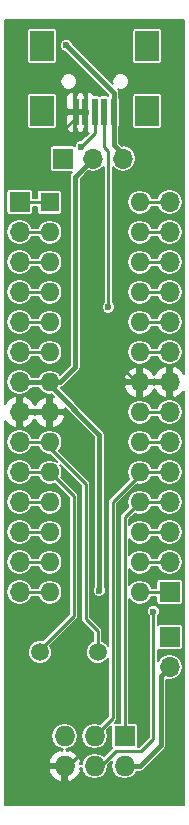
<source format=gbr>
G04 #@! TF.FileFunction,Copper,L1,Top,Signal*
%FSLAX46Y46*%
G04 Gerber Fmt 4.6, Leading zero omitted, Abs format (unit mm)*
G04 Created by KiCad (PCBNEW 4.0.2+e4-6225~38~ubuntu15.10.1-stable) date Wed 09 Aug 2017 03:20:26 AM EEST*
%MOMM*%
G01*
G04 APERTURE LIST*
%ADD10C,0.100000*%
%ADD11R,1.727200X1.727200*%
%ADD12O,1.727200X1.727200*%
%ADD13R,1.600000X1.600000*%
%ADD14O,1.600000X1.600000*%
%ADD15C,1.500000*%
%ADD16R,1.700000X1.700000*%
%ADD17O,1.700000X1.700000*%
%ADD18R,0.500000X2.300000*%
%ADD19R,2.000000X2.500000*%
%ADD20C,0.600000*%
%ADD21C,0.400000*%
%ADD22C,0.250000*%
%ADD23C,0.127000*%
G04 APERTURE END LIST*
D10*
D11*
X78740000Y-116332000D03*
D12*
X78740000Y-118872000D03*
X76200000Y-116332000D03*
X76200000Y-118872000D03*
X73660000Y-116332000D03*
X73660000Y-118872000D03*
D13*
X72390000Y-71120000D03*
D14*
X80010000Y-104140000D03*
X72390000Y-73660000D03*
X80010000Y-101600000D03*
X72390000Y-76200000D03*
X80010000Y-99060000D03*
X72390000Y-78740000D03*
X80010000Y-96520000D03*
X72390000Y-81280000D03*
X80010000Y-93980000D03*
X72390000Y-83820000D03*
X80010000Y-91440000D03*
X72390000Y-86360000D03*
X80010000Y-88900000D03*
X72390000Y-88900000D03*
X80010000Y-86360000D03*
X72390000Y-91440000D03*
X80010000Y-83820000D03*
X72390000Y-93980000D03*
X80010000Y-81280000D03*
X72390000Y-96520000D03*
X80010000Y-78740000D03*
X72390000Y-99060000D03*
X80010000Y-76200000D03*
X72390000Y-101600000D03*
X80010000Y-73660000D03*
X72390000Y-104140000D03*
X80010000Y-71120000D03*
D15*
X76454000Y-109220000D03*
X71574000Y-109220000D03*
D16*
X73533000Y-67437000D03*
D17*
X76073000Y-67437000D03*
X78613000Y-67437000D03*
D16*
X82550000Y-107950000D03*
D17*
X82550000Y-110490000D03*
D16*
X69850000Y-71120000D03*
D17*
X69850000Y-73660000D03*
X69850000Y-76200000D03*
X69850000Y-78740000D03*
X69850000Y-81280000D03*
X69850000Y-83820000D03*
X69850000Y-86360000D03*
X69850000Y-88900000D03*
X69850000Y-91440000D03*
X69850000Y-93980000D03*
X69850000Y-96520000D03*
X69850000Y-99060000D03*
X69850000Y-101600000D03*
X69850000Y-104140000D03*
D16*
X82550000Y-104140000D03*
D17*
X82550000Y-101600000D03*
X82550000Y-99060000D03*
X82550000Y-96520000D03*
X82550000Y-93980000D03*
X82550000Y-91440000D03*
X82550000Y-88900000D03*
X82550000Y-86360000D03*
X82550000Y-83820000D03*
X82550000Y-81280000D03*
X82550000Y-78740000D03*
X82550000Y-76200000D03*
X82550000Y-73660000D03*
X82550000Y-71120000D03*
D18*
X77800000Y-63506000D03*
X77000000Y-63506000D03*
X76200000Y-63506000D03*
X75400000Y-63506000D03*
X74600000Y-63506000D03*
D19*
X80650000Y-63406000D03*
X80650000Y-57906000D03*
X71750000Y-63406000D03*
X71750000Y-57906000D03*
D20*
X76581000Y-104013000D03*
X70040500Y-65976500D03*
X73914000Y-86868000D03*
X74803000Y-65595500D03*
X71374000Y-111506000D03*
X79375000Y-69469000D03*
X76454000Y-111506000D03*
X73787000Y-57848500D03*
X81153000Y-105791000D03*
X77343000Y-80010000D03*
X75057000Y-66421000D03*
D21*
X69850000Y-86360000D02*
X72390000Y-86360000D01*
X72390000Y-86360000D02*
X73279000Y-86360000D01*
X73279000Y-86360000D02*
X74549000Y-85090000D01*
X74549000Y-85090000D02*
X74549000Y-68961000D01*
X74549000Y-68961000D02*
X76073000Y-67437000D01*
X72390000Y-86360000D02*
X72390000Y-86614000D01*
X72390000Y-86614000D02*
X76581000Y-90805000D01*
X76581000Y-90805000D02*
X76581000Y-104013000D01*
D22*
X72390000Y-86360000D02*
X72390000Y-86868000D01*
X72390000Y-86360000D02*
X73152000Y-86360000D01*
X74600000Y-63506000D02*
X74600000Y-63957000D01*
X74600000Y-63957000D02*
X72580500Y-65976500D01*
X72580500Y-65976500D02*
X70040500Y-65976500D01*
X80010000Y-86360000D02*
X74422000Y-86360000D01*
X74422000Y-86360000D02*
X73914000Y-86868000D01*
X74803000Y-65595500D02*
X75400000Y-64998500D01*
X75400000Y-64998500D02*
X75400000Y-63506000D01*
X71374000Y-111506000D02*
X71374000Y-117856000D01*
X71374000Y-117856000D02*
X72390000Y-118872000D01*
X72390000Y-118872000D02*
X73660000Y-118872000D01*
X80010000Y-86360000D02*
X79756000Y-86360000D01*
X79756000Y-86360000D02*
X78613000Y-85217000D01*
X78613000Y-85217000D02*
X78613000Y-70231000D01*
X78613000Y-70231000D02*
X79375000Y-69469000D01*
X75400000Y-64046000D02*
X75400000Y-63506000D01*
X74600000Y-63506000D02*
X74600000Y-63957000D01*
X74600000Y-63424000D02*
X74600000Y-63506000D01*
X79629000Y-86360000D02*
X80010000Y-86360000D01*
X73660000Y-118872000D02*
X73914000Y-118872000D01*
X73914000Y-118872000D02*
X74930000Y-117856000D01*
X74930000Y-117856000D02*
X74930000Y-113030000D01*
X74930000Y-113030000D02*
X76454000Y-111506000D01*
X74600000Y-63424000D02*
X74600000Y-63506000D01*
X80010000Y-86360000D02*
X82550000Y-86360000D01*
X69850000Y-88900000D02*
X72390000Y-88900000D01*
D21*
X77800000Y-63506000D02*
X77800000Y-61861500D01*
X77800000Y-61861500D02*
X73787000Y-57848500D01*
X77800000Y-63506000D02*
X77800000Y-66306500D01*
X77800000Y-66306500D02*
X78613000Y-67119500D01*
X78613000Y-67119500D02*
X78613000Y-67437000D01*
D22*
X77800000Y-63506000D02*
X77800000Y-63830000D01*
X77800000Y-63506000D02*
X77800000Y-63576000D01*
X72390000Y-91440000D02*
X72390000Y-91948000D01*
X72390000Y-91948000D02*
X75438000Y-94996000D01*
X75438000Y-94996000D02*
X75438000Y-106426000D01*
X75438000Y-106426000D02*
X76454000Y-107442000D01*
X76454000Y-107442000D02*
X76454000Y-109220000D01*
X72390000Y-91440000D02*
X72390000Y-91948000D01*
X72390000Y-91440000D02*
X72644000Y-91440000D01*
X69850000Y-91440000D02*
X72390000Y-91440000D01*
X71574000Y-109220000D02*
X71574000Y-109020000D01*
X71574000Y-109020000D02*
X74422000Y-106172000D01*
X74422000Y-96012000D02*
X72390000Y-93980000D01*
X74422000Y-106172000D02*
X74422000Y-96012000D01*
X69850000Y-93980000D02*
X72390000Y-93980000D01*
X69850000Y-81280000D02*
X72390000Y-81280000D01*
X69850000Y-78740000D02*
X72390000Y-78740000D01*
X69850000Y-71120000D02*
X72390000Y-71120000D01*
X80010000Y-104140000D02*
X82550000Y-104140000D01*
X69850000Y-73660000D02*
X72390000Y-73660000D01*
X80010000Y-101600000D02*
X82550000Y-101600000D01*
X69850000Y-76200000D02*
X72390000Y-76200000D01*
X76200000Y-118872000D02*
X76708000Y-118872000D01*
X76708000Y-118872000D02*
X77978000Y-117602000D01*
X81153000Y-116586000D02*
X81153000Y-105791000D01*
X80137000Y-117602000D02*
X81153000Y-116586000D01*
X77978000Y-117602000D02*
X80137000Y-117602000D01*
X80010000Y-99060000D02*
X82550000Y-99060000D01*
X78740000Y-116332000D02*
X78740000Y-97790000D01*
X78740000Y-97790000D02*
X80010000Y-96520000D01*
X80010000Y-96520000D02*
X82550000Y-96520000D01*
X80010000Y-93980000D02*
X80010000Y-94234000D01*
X80010000Y-94234000D02*
X77724000Y-96520000D01*
X77724000Y-114808000D02*
X76200000Y-116332000D01*
X77724000Y-96520000D02*
X77724000Y-114808000D01*
X76200000Y-116332000D02*
X76200000Y-115824000D01*
X80010000Y-93980000D02*
X82550000Y-93980000D01*
X69850000Y-83820000D02*
X72390000Y-83820000D01*
X80010000Y-91440000D02*
X82550000Y-91440000D01*
X80010000Y-88900000D02*
X82550000Y-88900000D01*
X80010000Y-83820000D02*
X82550000Y-83820000D01*
X80010000Y-81280000D02*
X82550000Y-81280000D01*
X69850000Y-96520000D02*
X72390000Y-96520000D01*
X80010000Y-78740000D02*
X82550000Y-78740000D01*
X69850000Y-99060000D02*
X72390000Y-99060000D01*
X80010000Y-76200000D02*
X82550000Y-76200000D01*
X69850000Y-101600000D02*
X72390000Y-101600000D01*
X80010000Y-73660000D02*
X82550000Y-73660000D01*
X69850000Y-104140000D02*
X72390000Y-104140000D01*
X80010000Y-71120000D02*
X82550000Y-71120000D01*
D21*
X78740000Y-118872000D02*
X80010000Y-118872000D01*
X80010000Y-118872000D02*
X81788000Y-117094000D01*
X81788000Y-117094000D02*
X81788000Y-111252000D01*
X81788000Y-111252000D02*
X82550000Y-110490000D01*
D22*
X77000000Y-63506000D02*
X77000000Y-66459000D01*
X77000000Y-66459000D02*
X77343000Y-66802000D01*
X77343000Y-66802000D02*
X77343000Y-80010000D01*
X76200000Y-63506000D02*
X76200000Y-65278000D01*
X76200000Y-65278000D02*
X75057000Y-66421000D01*
D23*
G36*
X83770500Y-85648410D02*
X83448468Y-85258428D01*
X82958523Y-84998451D01*
X82740500Y-85094182D01*
X82740500Y-86169500D01*
X82760500Y-86169500D01*
X82760500Y-86550500D01*
X82740500Y-86550500D01*
X82740500Y-87625818D01*
X82958523Y-87721549D01*
X83448468Y-87461572D01*
X83770500Y-87071590D01*
X83770500Y-122124500D01*
X68629500Y-122124500D01*
X68629500Y-119282667D01*
X72284913Y-119282667D01*
X72397270Y-119553957D01*
X72754363Y-119985272D01*
X73249331Y-120247102D01*
X73469500Y-120151540D01*
X73469500Y-119062500D01*
X72381894Y-119062500D01*
X72284913Y-119282667D01*
X68629500Y-119282667D01*
X68629500Y-104140000D01*
X68714685Y-104140000D01*
X68799445Y-104566118D01*
X69040822Y-104927363D01*
X69402067Y-105168740D01*
X69828185Y-105253500D01*
X69871815Y-105253500D01*
X70297933Y-105168740D01*
X70659178Y-104927363D01*
X70900555Y-104566118D01*
X70908038Y-104528500D01*
X71382942Y-104528500D01*
X71386619Y-104546984D01*
X71617157Y-104892008D01*
X71962181Y-105122546D01*
X72369165Y-105203500D01*
X72410835Y-105203500D01*
X72817819Y-105122546D01*
X73162843Y-104892008D01*
X73393381Y-104546984D01*
X73474335Y-104140000D01*
X73393381Y-103733016D01*
X73162843Y-103387992D01*
X72817819Y-103157454D01*
X72410835Y-103076500D01*
X72369165Y-103076500D01*
X71962181Y-103157454D01*
X71617157Y-103387992D01*
X71386619Y-103733016D01*
X71382942Y-103751500D01*
X70908038Y-103751500D01*
X70900555Y-103713882D01*
X70659178Y-103352637D01*
X70297933Y-103111260D01*
X69871815Y-103026500D01*
X69828185Y-103026500D01*
X69402067Y-103111260D01*
X69040822Y-103352637D01*
X68799445Y-103713882D01*
X68714685Y-104140000D01*
X68629500Y-104140000D01*
X68629500Y-101600000D01*
X68714685Y-101600000D01*
X68799445Y-102026118D01*
X69040822Y-102387363D01*
X69402067Y-102628740D01*
X69828185Y-102713500D01*
X69871815Y-102713500D01*
X70297933Y-102628740D01*
X70659178Y-102387363D01*
X70900555Y-102026118D01*
X70908038Y-101988500D01*
X71382942Y-101988500D01*
X71386619Y-102006984D01*
X71617157Y-102352008D01*
X71962181Y-102582546D01*
X72369165Y-102663500D01*
X72410835Y-102663500D01*
X72817819Y-102582546D01*
X73162843Y-102352008D01*
X73393381Y-102006984D01*
X73474335Y-101600000D01*
X73393381Y-101193016D01*
X73162843Y-100847992D01*
X72817819Y-100617454D01*
X72410835Y-100536500D01*
X72369165Y-100536500D01*
X71962181Y-100617454D01*
X71617157Y-100847992D01*
X71386619Y-101193016D01*
X71382942Y-101211500D01*
X70908038Y-101211500D01*
X70900555Y-101173882D01*
X70659178Y-100812637D01*
X70297933Y-100571260D01*
X69871815Y-100486500D01*
X69828185Y-100486500D01*
X69402067Y-100571260D01*
X69040822Y-100812637D01*
X68799445Y-101173882D01*
X68714685Y-101600000D01*
X68629500Y-101600000D01*
X68629500Y-99060000D01*
X68714685Y-99060000D01*
X68799445Y-99486118D01*
X69040822Y-99847363D01*
X69402067Y-100088740D01*
X69828185Y-100173500D01*
X69871815Y-100173500D01*
X70297933Y-100088740D01*
X70659178Y-99847363D01*
X70900555Y-99486118D01*
X70908038Y-99448500D01*
X71382942Y-99448500D01*
X71386619Y-99466984D01*
X71617157Y-99812008D01*
X71962181Y-100042546D01*
X72369165Y-100123500D01*
X72410835Y-100123500D01*
X72817819Y-100042546D01*
X73162843Y-99812008D01*
X73393381Y-99466984D01*
X73474335Y-99060000D01*
X73393381Y-98653016D01*
X73162843Y-98307992D01*
X72817819Y-98077454D01*
X72410835Y-97996500D01*
X72369165Y-97996500D01*
X71962181Y-98077454D01*
X71617157Y-98307992D01*
X71386619Y-98653016D01*
X71382942Y-98671500D01*
X70908038Y-98671500D01*
X70900555Y-98633882D01*
X70659178Y-98272637D01*
X70297933Y-98031260D01*
X69871815Y-97946500D01*
X69828185Y-97946500D01*
X69402067Y-98031260D01*
X69040822Y-98272637D01*
X68799445Y-98633882D01*
X68714685Y-99060000D01*
X68629500Y-99060000D01*
X68629500Y-96520000D01*
X68714685Y-96520000D01*
X68799445Y-96946118D01*
X69040822Y-97307363D01*
X69402067Y-97548740D01*
X69828185Y-97633500D01*
X69871815Y-97633500D01*
X70297933Y-97548740D01*
X70659178Y-97307363D01*
X70900555Y-96946118D01*
X70908038Y-96908500D01*
X71382942Y-96908500D01*
X71386619Y-96926984D01*
X71617157Y-97272008D01*
X71962181Y-97502546D01*
X72369165Y-97583500D01*
X72410835Y-97583500D01*
X72817819Y-97502546D01*
X73162843Y-97272008D01*
X73393381Y-96926984D01*
X73474335Y-96520000D01*
X73393381Y-96113016D01*
X73162843Y-95767992D01*
X72817819Y-95537454D01*
X72410835Y-95456500D01*
X72369165Y-95456500D01*
X71962181Y-95537454D01*
X71617157Y-95767992D01*
X71386619Y-96113016D01*
X71382942Y-96131500D01*
X70908038Y-96131500D01*
X70900555Y-96093882D01*
X70659178Y-95732637D01*
X70297933Y-95491260D01*
X69871815Y-95406500D01*
X69828185Y-95406500D01*
X69402067Y-95491260D01*
X69040822Y-95732637D01*
X68799445Y-96093882D01*
X68714685Y-96520000D01*
X68629500Y-96520000D01*
X68629500Y-91440000D01*
X68714685Y-91440000D01*
X68799445Y-91866118D01*
X69040822Y-92227363D01*
X69402067Y-92468740D01*
X69828185Y-92553500D01*
X69871815Y-92553500D01*
X70297933Y-92468740D01*
X70659178Y-92227363D01*
X70900555Y-91866118D01*
X70908038Y-91828500D01*
X71382942Y-91828500D01*
X71386619Y-91846984D01*
X71617157Y-92192008D01*
X71962181Y-92422546D01*
X72369165Y-92503500D01*
X72396078Y-92503500D01*
X73035446Y-93142868D01*
X72817819Y-92997454D01*
X72410835Y-92916500D01*
X72369165Y-92916500D01*
X71962181Y-92997454D01*
X71617157Y-93227992D01*
X71386619Y-93573016D01*
X71382942Y-93591500D01*
X70908038Y-93591500D01*
X70900555Y-93553882D01*
X70659178Y-93192637D01*
X70297933Y-92951260D01*
X69871815Y-92866500D01*
X69828185Y-92866500D01*
X69402067Y-92951260D01*
X69040822Y-93192637D01*
X68799445Y-93553882D01*
X68714685Y-93980000D01*
X68799445Y-94406118D01*
X69040822Y-94767363D01*
X69402067Y-95008740D01*
X69828185Y-95093500D01*
X69871815Y-95093500D01*
X70297933Y-95008740D01*
X70659178Y-94767363D01*
X70900555Y-94406118D01*
X70908038Y-94368500D01*
X71382942Y-94368500D01*
X71386619Y-94386984D01*
X71617157Y-94732008D01*
X71962181Y-94962546D01*
X72369165Y-95043500D01*
X72410835Y-95043500D01*
X72817819Y-94962546D01*
X72820999Y-94960421D01*
X74033500Y-96172922D01*
X74033500Y-106011078D01*
X71819881Y-108224697D01*
X71776482Y-108206676D01*
X71373287Y-108206324D01*
X71000648Y-108360295D01*
X70715297Y-108645149D01*
X70560676Y-109017518D01*
X70560324Y-109420713D01*
X70714295Y-109793352D01*
X70999149Y-110078703D01*
X71371518Y-110233324D01*
X71774713Y-110233676D01*
X72147352Y-110079705D01*
X72432703Y-109794851D01*
X72587324Y-109422482D01*
X72587676Y-109019287D01*
X72452145Y-108691277D01*
X74696711Y-106446711D01*
X74758259Y-106354598D01*
X74780927Y-106320673D01*
X74810500Y-106172000D01*
X74810500Y-96012000D01*
X74780927Y-95863327D01*
X74696711Y-95737289D01*
X73374565Y-94415143D01*
X73393381Y-94386984D01*
X73474335Y-93980000D01*
X73393381Y-93573016D01*
X73247967Y-93355389D01*
X75049500Y-95156922D01*
X75049500Y-106426000D01*
X75079073Y-106574673D01*
X75163289Y-106700711D01*
X76065500Y-107602922D01*
X76065500Y-108283916D01*
X75880648Y-108360295D01*
X75595297Y-108645149D01*
X75440676Y-109017518D01*
X75440324Y-109420713D01*
X75594295Y-109793352D01*
X75879149Y-110078703D01*
X76251518Y-110233324D01*
X76654713Y-110233676D01*
X77027352Y-110079705D01*
X77312703Y-109794851D01*
X77335500Y-109739950D01*
X77335500Y-114647078D01*
X76676470Y-115306108D01*
X76653403Y-115290695D01*
X76222081Y-115204900D01*
X76177919Y-115204900D01*
X75746597Y-115290695D01*
X75380939Y-115535020D01*
X75136614Y-115900678D01*
X75050819Y-116332000D01*
X75136614Y-116763322D01*
X75380939Y-117128980D01*
X75746597Y-117373305D01*
X76177919Y-117459100D01*
X76222081Y-117459100D01*
X76653403Y-117373305D01*
X77019061Y-117128980D01*
X77263386Y-116763322D01*
X77349181Y-116332000D01*
X77263386Y-115900678D01*
X77230284Y-115851138D01*
X77607738Y-115473684D01*
X77607738Y-117195600D01*
X77626112Y-117293247D01*
X77669658Y-117360920D01*
X76980994Y-118049584D01*
X76653403Y-117830695D01*
X76222081Y-117744900D01*
X76177919Y-117744900D01*
X75746597Y-117830695D01*
X75380939Y-118075020D01*
X75136614Y-118440678D01*
X75088712Y-118681498D01*
X74938107Y-118681498D01*
X75035087Y-118461333D01*
X74922730Y-118190043D01*
X74565637Y-117758728D01*
X74070669Y-117496898D01*
X73850502Y-117592459D01*
X73850502Y-117436900D01*
X73793688Y-117436900D01*
X74113403Y-117373305D01*
X74479061Y-117128980D01*
X74723386Y-116763322D01*
X74809181Y-116332000D01*
X74723386Y-115900678D01*
X74479061Y-115535020D01*
X74113403Y-115290695D01*
X73682081Y-115204900D01*
X73637919Y-115204900D01*
X73206597Y-115290695D01*
X72840939Y-115535020D01*
X72596614Y-115900678D01*
X72510819Y-116332000D01*
X72596614Y-116763322D01*
X72840939Y-117128980D01*
X73206597Y-117373305D01*
X73526312Y-117436900D01*
X73469498Y-117436900D01*
X73469498Y-117592459D01*
X73249331Y-117496898D01*
X72754363Y-117758728D01*
X72397270Y-118190043D01*
X72284913Y-118461333D01*
X72381894Y-118681500D01*
X73469500Y-118681500D01*
X73469500Y-118661500D01*
X73850500Y-118661500D01*
X73850500Y-118681500D01*
X73870500Y-118681500D01*
X73870500Y-119062500D01*
X73850500Y-119062500D01*
X73850500Y-120151540D01*
X74070669Y-120247102D01*
X74565637Y-119985272D01*
X74922730Y-119553957D01*
X75035087Y-119282667D01*
X74938107Y-119062502D01*
X75088712Y-119062502D01*
X75136614Y-119303322D01*
X75380939Y-119668980D01*
X75746597Y-119913305D01*
X76177919Y-119999100D01*
X76222081Y-119999100D01*
X76653403Y-119913305D01*
X77019061Y-119668980D01*
X77263386Y-119303322D01*
X77349181Y-118872000D01*
X77333957Y-118795465D01*
X77673602Y-118455820D01*
X77590819Y-118872000D01*
X77676614Y-119303322D01*
X77920939Y-119668980D01*
X78286597Y-119913305D01*
X78717919Y-119999100D01*
X78762081Y-119999100D01*
X79193403Y-119913305D01*
X79559061Y-119668980D01*
X79781885Y-119335500D01*
X80010000Y-119335500D01*
X80187374Y-119300218D01*
X80337744Y-119199744D01*
X82115744Y-117421744D01*
X82148110Y-117373305D01*
X82216218Y-117271374D01*
X82251500Y-117094000D01*
X82251500Y-111548464D01*
X82528185Y-111603500D01*
X82571815Y-111603500D01*
X82997933Y-111518740D01*
X83359178Y-111277363D01*
X83600555Y-110916118D01*
X83685315Y-110490000D01*
X83600555Y-110063882D01*
X83359178Y-109702637D01*
X82997933Y-109461260D01*
X82571815Y-109376500D01*
X82528185Y-109376500D01*
X82102067Y-109461260D01*
X81740822Y-109702637D01*
X81541500Y-110000942D01*
X81541500Y-109010615D01*
X81595475Y-109047495D01*
X81700000Y-109068662D01*
X83400000Y-109068662D01*
X83497647Y-109050288D01*
X83587330Y-108992579D01*
X83647495Y-108904525D01*
X83668662Y-108800000D01*
X83668662Y-107100000D01*
X83650288Y-107002353D01*
X83592579Y-106912670D01*
X83504525Y-106852505D01*
X83400000Y-106831338D01*
X81700000Y-106831338D01*
X81602353Y-106849712D01*
X81541500Y-106888870D01*
X81541500Y-106199393D01*
X81630434Y-106110614D01*
X81716402Y-105903579D01*
X81716598Y-105679405D01*
X81630991Y-105472220D01*
X81472614Y-105313566D01*
X81265579Y-105227598D01*
X81041405Y-105227402D01*
X80834220Y-105313009D01*
X80675566Y-105471386D01*
X80589598Y-105678421D01*
X80589402Y-105902595D01*
X80675009Y-106109780D01*
X80764500Y-106199428D01*
X80764500Y-116425078D01*
X79976078Y-117213500D01*
X79868637Y-117213500D01*
X79872262Y-117195600D01*
X79872262Y-115468400D01*
X79853888Y-115370753D01*
X79796179Y-115281070D01*
X79708125Y-115220905D01*
X79603600Y-115199738D01*
X79128500Y-115199738D01*
X79128500Y-104729392D01*
X79237157Y-104892008D01*
X79582181Y-105122546D01*
X79989165Y-105203500D01*
X80030835Y-105203500D01*
X80437819Y-105122546D01*
X80782843Y-104892008D01*
X81013381Y-104546984D01*
X81017058Y-104528500D01*
X81431338Y-104528500D01*
X81431338Y-104990000D01*
X81449712Y-105087647D01*
X81507421Y-105177330D01*
X81595475Y-105237495D01*
X81700000Y-105258662D01*
X83400000Y-105258662D01*
X83497647Y-105240288D01*
X83587330Y-105182579D01*
X83647495Y-105094525D01*
X83668662Y-104990000D01*
X83668662Y-103290000D01*
X83650288Y-103192353D01*
X83592579Y-103102670D01*
X83504525Y-103042505D01*
X83400000Y-103021338D01*
X81700000Y-103021338D01*
X81602353Y-103039712D01*
X81512670Y-103097421D01*
X81452505Y-103185475D01*
X81431338Y-103290000D01*
X81431338Y-103751500D01*
X81017058Y-103751500D01*
X81013381Y-103733016D01*
X80782843Y-103387992D01*
X80437819Y-103157454D01*
X80030835Y-103076500D01*
X79989165Y-103076500D01*
X79582181Y-103157454D01*
X79237157Y-103387992D01*
X79128500Y-103550608D01*
X79128500Y-102189392D01*
X79237157Y-102352008D01*
X79582181Y-102582546D01*
X79989165Y-102663500D01*
X80030835Y-102663500D01*
X80437819Y-102582546D01*
X80782843Y-102352008D01*
X81013381Y-102006984D01*
X81017058Y-101988500D01*
X81491962Y-101988500D01*
X81499445Y-102026118D01*
X81740822Y-102387363D01*
X82102067Y-102628740D01*
X82528185Y-102713500D01*
X82571815Y-102713500D01*
X82997933Y-102628740D01*
X83359178Y-102387363D01*
X83600555Y-102026118D01*
X83685315Y-101600000D01*
X83600555Y-101173882D01*
X83359178Y-100812637D01*
X82997933Y-100571260D01*
X82571815Y-100486500D01*
X82528185Y-100486500D01*
X82102067Y-100571260D01*
X81740822Y-100812637D01*
X81499445Y-101173882D01*
X81491962Y-101211500D01*
X81017058Y-101211500D01*
X81013381Y-101193016D01*
X80782843Y-100847992D01*
X80437819Y-100617454D01*
X80030835Y-100536500D01*
X79989165Y-100536500D01*
X79582181Y-100617454D01*
X79237157Y-100847992D01*
X79128500Y-101010608D01*
X79128500Y-99649392D01*
X79237157Y-99812008D01*
X79582181Y-100042546D01*
X79989165Y-100123500D01*
X80030835Y-100123500D01*
X80437819Y-100042546D01*
X80782843Y-99812008D01*
X81013381Y-99466984D01*
X81017058Y-99448500D01*
X81491962Y-99448500D01*
X81499445Y-99486118D01*
X81740822Y-99847363D01*
X82102067Y-100088740D01*
X82528185Y-100173500D01*
X82571815Y-100173500D01*
X82997933Y-100088740D01*
X83359178Y-99847363D01*
X83600555Y-99486118D01*
X83685315Y-99060000D01*
X83600555Y-98633882D01*
X83359178Y-98272637D01*
X82997933Y-98031260D01*
X82571815Y-97946500D01*
X82528185Y-97946500D01*
X82102067Y-98031260D01*
X81740822Y-98272637D01*
X81499445Y-98633882D01*
X81491962Y-98671500D01*
X81017058Y-98671500D01*
X81013381Y-98653016D01*
X80782843Y-98307992D01*
X80437819Y-98077454D01*
X80030835Y-97996500D01*
X79989165Y-97996500D01*
X79582181Y-98077454D01*
X79237157Y-98307992D01*
X79128500Y-98470608D01*
X79128500Y-97950922D01*
X79579001Y-97500421D01*
X79582181Y-97502546D01*
X79989165Y-97583500D01*
X80030835Y-97583500D01*
X80437819Y-97502546D01*
X80782843Y-97272008D01*
X81013381Y-96926984D01*
X81017058Y-96908500D01*
X81491962Y-96908500D01*
X81499445Y-96946118D01*
X81740822Y-97307363D01*
X82102067Y-97548740D01*
X82528185Y-97633500D01*
X82571815Y-97633500D01*
X82997933Y-97548740D01*
X83359178Y-97307363D01*
X83600555Y-96946118D01*
X83685315Y-96520000D01*
X83600555Y-96093882D01*
X83359178Y-95732637D01*
X82997933Y-95491260D01*
X82571815Y-95406500D01*
X82528185Y-95406500D01*
X82102067Y-95491260D01*
X81740822Y-95732637D01*
X81499445Y-96093882D01*
X81491962Y-96131500D01*
X81017058Y-96131500D01*
X81013381Y-96113016D01*
X80782843Y-95767992D01*
X80437819Y-95537454D01*
X80030835Y-95456500D01*
X79989165Y-95456500D01*
X79582181Y-95537454D01*
X79237157Y-95767992D01*
X79006619Y-96113016D01*
X78925665Y-96520000D01*
X79006619Y-96926984D01*
X79025435Y-96955143D01*
X78465289Y-97515289D01*
X78381073Y-97641327D01*
X78351500Y-97790000D01*
X78351500Y-115199738D01*
X77881684Y-115199738D01*
X77998711Y-115082711D01*
X78082927Y-114956673D01*
X78112500Y-114808000D01*
X78112500Y-96680922D01*
X79789615Y-95003807D01*
X79989165Y-95043500D01*
X80030835Y-95043500D01*
X80437819Y-94962546D01*
X80782843Y-94732008D01*
X81013381Y-94386984D01*
X81017058Y-94368500D01*
X81491962Y-94368500D01*
X81499445Y-94406118D01*
X81740822Y-94767363D01*
X82102067Y-95008740D01*
X82528185Y-95093500D01*
X82571815Y-95093500D01*
X82997933Y-95008740D01*
X83359178Y-94767363D01*
X83600555Y-94406118D01*
X83685315Y-93980000D01*
X83600555Y-93553882D01*
X83359178Y-93192637D01*
X82997933Y-92951260D01*
X82571815Y-92866500D01*
X82528185Y-92866500D01*
X82102067Y-92951260D01*
X81740822Y-93192637D01*
X81499445Y-93553882D01*
X81491962Y-93591500D01*
X81017058Y-93591500D01*
X81013381Y-93573016D01*
X80782843Y-93227992D01*
X80437819Y-92997454D01*
X80030835Y-92916500D01*
X79989165Y-92916500D01*
X79582181Y-92997454D01*
X79237157Y-93227992D01*
X79006619Y-93573016D01*
X78925665Y-93980000D01*
X79006619Y-94386984D01*
X79127173Y-94567405D01*
X77449289Y-96245289D01*
X77365073Y-96371327D01*
X77335500Y-96520000D01*
X77335500Y-108699396D01*
X77313705Y-108646648D01*
X77028851Y-108361297D01*
X76842500Y-108283917D01*
X76842500Y-107442000D01*
X76812927Y-107293327D01*
X76728711Y-107167289D01*
X75826500Y-106265078D01*
X75826500Y-94996000D01*
X75796927Y-94847327D01*
X75712711Y-94721289D01*
X73171089Y-92179667D01*
X73393381Y-91846984D01*
X73474335Y-91440000D01*
X73393381Y-91033016D01*
X73162843Y-90687992D01*
X72817819Y-90457454D01*
X72410835Y-90376500D01*
X72369165Y-90376500D01*
X71962181Y-90457454D01*
X71617157Y-90687992D01*
X71386619Y-91033016D01*
X71382942Y-91051500D01*
X70908038Y-91051500D01*
X70900555Y-91013882D01*
X70659178Y-90652637D01*
X70297933Y-90411260D01*
X69871815Y-90326500D01*
X69828185Y-90326500D01*
X69402067Y-90411260D01*
X69040822Y-90652637D01*
X68799445Y-91013882D01*
X68714685Y-91440000D01*
X68629500Y-91440000D01*
X68629500Y-89611590D01*
X68951532Y-90001572D01*
X69441477Y-90261549D01*
X69659500Y-90165818D01*
X69659500Y-89090500D01*
X70040500Y-89090500D01*
X70040500Y-90165818D01*
X70258523Y-90261549D01*
X70748468Y-90001572D01*
X71101630Y-89573891D01*
X71146560Y-89465404D01*
X71179203Y-89544225D01*
X71517904Y-89958538D01*
X71989373Y-90211698D01*
X72199500Y-90115346D01*
X72199500Y-89090500D01*
X72580500Y-89090500D01*
X72580500Y-90115346D01*
X72790627Y-90211698D01*
X73262096Y-89958538D01*
X73600797Y-89544225D01*
X73701682Y-89300625D01*
X73603767Y-89090500D01*
X72580500Y-89090500D01*
X72199500Y-89090500D01*
X71176233Y-89090500D01*
X71144606Y-89158371D01*
X71114354Y-89090500D01*
X70040500Y-89090500D01*
X69659500Y-89090500D01*
X69639500Y-89090500D01*
X69639500Y-88709500D01*
X69659500Y-88709500D01*
X69659500Y-87634182D01*
X70040500Y-87634182D01*
X70040500Y-88709500D01*
X71114354Y-88709500D01*
X71144606Y-88641629D01*
X71176233Y-88709500D01*
X72199500Y-88709500D01*
X72199500Y-87684654D01*
X71989373Y-87588302D01*
X71517904Y-87841462D01*
X71179203Y-88255775D01*
X71146560Y-88334596D01*
X71101630Y-88226109D01*
X70748468Y-87798428D01*
X70258523Y-87538451D01*
X70040500Y-87634182D01*
X69659500Y-87634182D01*
X69441477Y-87538451D01*
X68951532Y-87798428D01*
X68629500Y-88188410D01*
X68629500Y-86360000D01*
X68714685Y-86360000D01*
X68799445Y-86786118D01*
X69040822Y-87147363D01*
X69402067Y-87388740D01*
X69828185Y-87473500D01*
X69871815Y-87473500D01*
X70297933Y-87388740D01*
X70659178Y-87147363D01*
X70875577Y-86823500D01*
X71424382Y-86823500D01*
X71617157Y-87112008D01*
X71962181Y-87342546D01*
X72369165Y-87423500D01*
X72410835Y-87423500D01*
X72521917Y-87401405D01*
X72734535Y-87614023D01*
X72580500Y-87684654D01*
X72580500Y-88709500D01*
X73603767Y-88709500D01*
X73675682Y-88555170D01*
X76117500Y-90996988D01*
X76117500Y-103679476D01*
X76103566Y-103693386D01*
X76017598Y-103900421D01*
X76017402Y-104124595D01*
X76103009Y-104331780D01*
X76261386Y-104490434D01*
X76468421Y-104576402D01*
X76692595Y-104576598D01*
X76899780Y-104490991D01*
X77058434Y-104332614D01*
X77144402Y-104125579D01*
X77144598Y-103901405D01*
X77058991Y-103694220D01*
X77044500Y-103679704D01*
X77044500Y-91440000D01*
X78925665Y-91440000D01*
X79006619Y-91846984D01*
X79237157Y-92192008D01*
X79582181Y-92422546D01*
X79989165Y-92503500D01*
X80030835Y-92503500D01*
X80437819Y-92422546D01*
X80782843Y-92192008D01*
X81013381Y-91846984D01*
X81017058Y-91828500D01*
X81491962Y-91828500D01*
X81499445Y-91866118D01*
X81740822Y-92227363D01*
X82102067Y-92468740D01*
X82528185Y-92553500D01*
X82571815Y-92553500D01*
X82997933Y-92468740D01*
X83359178Y-92227363D01*
X83600555Y-91866118D01*
X83685315Y-91440000D01*
X83600555Y-91013882D01*
X83359178Y-90652637D01*
X82997933Y-90411260D01*
X82571815Y-90326500D01*
X82528185Y-90326500D01*
X82102067Y-90411260D01*
X81740822Y-90652637D01*
X81499445Y-91013882D01*
X81491962Y-91051500D01*
X81017058Y-91051500D01*
X81013381Y-91033016D01*
X80782843Y-90687992D01*
X80437819Y-90457454D01*
X80030835Y-90376500D01*
X79989165Y-90376500D01*
X79582181Y-90457454D01*
X79237157Y-90687992D01*
X79006619Y-91033016D01*
X78925665Y-91440000D01*
X77044500Y-91440000D01*
X77044500Y-90805000D01*
X77009218Y-90627626D01*
X76908744Y-90477256D01*
X75331488Y-88900000D01*
X78925665Y-88900000D01*
X79006619Y-89306984D01*
X79237157Y-89652008D01*
X79582181Y-89882546D01*
X79989165Y-89963500D01*
X80030835Y-89963500D01*
X80437819Y-89882546D01*
X80782843Y-89652008D01*
X81013381Y-89306984D01*
X81017058Y-89288500D01*
X81491962Y-89288500D01*
X81499445Y-89326118D01*
X81740822Y-89687363D01*
X82102067Y-89928740D01*
X82528185Y-90013500D01*
X82571815Y-90013500D01*
X82997933Y-89928740D01*
X83359178Y-89687363D01*
X83600555Y-89326118D01*
X83685315Y-88900000D01*
X83600555Y-88473882D01*
X83359178Y-88112637D01*
X82997933Y-87871260D01*
X82571815Y-87786500D01*
X82528185Y-87786500D01*
X82102067Y-87871260D01*
X81740822Y-88112637D01*
X81499445Y-88473882D01*
X81491962Y-88511500D01*
X81017058Y-88511500D01*
X81013381Y-88493016D01*
X80782843Y-88147992D01*
X80437819Y-87917454D01*
X80030835Y-87836500D01*
X79989165Y-87836500D01*
X79582181Y-87917454D01*
X79237157Y-88147992D01*
X79006619Y-88493016D01*
X78925665Y-88900000D01*
X75331488Y-88900000D01*
X73315311Y-86883823D01*
X73367362Y-86805924D01*
X73456374Y-86788218D01*
X73497669Y-86760625D01*
X78698318Y-86760625D01*
X78799203Y-87004225D01*
X79137904Y-87418538D01*
X79609373Y-87671698D01*
X79819500Y-87575346D01*
X79819500Y-86550500D01*
X80200500Y-86550500D01*
X80200500Y-87575346D01*
X80410627Y-87671698D01*
X80882096Y-87418538D01*
X81220797Y-87004225D01*
X81253440Y-86925404D01*
X81298370Y-87033891D01*
X81651532Y-87461572D01*
X82141477Y-87721549D01*
X82359500Y-87625818D01*
X82359500Y-86550500D01*
X81285646Y-86550500D01*
X81255394Y-86618371D01*
X81223767Y-86550500D01*
X80200500Y-86550500D01*
X79819500Y-86550500D01*
X78796233Y-86550500D01*
X78698318Y-86760625D01*
X73497669Y-86760625D01*
X73606744Y-86687744D01*
X74335113Y-85959375D01*
X78698318Y-85959375D01*
X78796233Y-86169500D01*
X79819500Y-86169500D01*
X79819500Y-85144654D01*
X80200500Y-85144654D01*
X80200500Y-86169500D01*
X81223767Y-86169500D01*
X81255394Y-86101629D01*
X81285646Y-86169500D01*
X82359500Y-86169500D01*
X82359500Y-85094182D01*
X82141477Y-84998451D01*
X81651532Y-85258428D01*
X81298370Y-85686109D01*
X81253440Y-85794596D01*
X81220797Y-85715775D01*
X80882096Y-85301462D01*
X80410627Y-85048302D01*
X80200500Y-85144654D01*
X79819500Y-85144654D01*
X79609373Y-85048302D01*
X79137904Y-85301462D01*
X78799203Y-85715775D01*
X78698318Y-85959375D01*
X74335113Y-85959375D01*
X74876744Y-85417744D01*
X74977218Y-85267374D01*
X75012500Y-85090000D01*
X75012500Y-83820000D01*
X78925665Y-83820000D01*
X79006619Y-84226984D01*
X79237157Y-84572008D01*
X79582181Y-84802546D01*
X79989165Y-84883500D01*
X80030835Y-84883500D01*
X80437819Y-84802546D01*
X80782843Y-84572008D01*
X81013381Y-84226984D01*
X81017058Y-84208500D01*
X81491962Y-84208500D01*
X81499445Y-84246118D01*
X81740822Y-84607363D01*
X82102067Y-84848740D01*
X82528185Y-84933500D01*
X82571815Y-84933500D01*
X82997933Y-84848740D01*
X83359178Y-84607363D01*
X83600555Y-84246118D01*
X83685315Y-83820000D01*
X83600555Y-83393882D01*
X83359178Y-83032637D01*
X82997933Y-82791260D01*
X82571815Y-82706500D01*
X82528185Y-82706500D01*
X82102067Y-82791260D01*
X81740822Y-83032637D01*
X81499445Y-83393882D01*
X81491962Y-83431500D01*
X81017058Y-83431500D01*
X81013381Y-83413016D01*
X80782843Y-83067992D01*
X80437819Y-82837454D01*
X80030835Y-82756500D01*
X79989165Y-82756500D01*
X79582181Y-82837454D01*
X79237157Y-83067992D01*
X79006619Y-83413016D01*
X78925665Y-83820000D01*
X75012500Y-83820000D01*
X75012500Y-81280000D01*
X78925665Y-81280000D01*
X79006619Y-81686984D01*
X79237157Y-82032008D01*
X79582181Y-82262546D01*
X79989165Y-82343500D01*
X80030835Y-82343500D01*
X80437819Y-82262546D01*
X80782843Y-82032008D01*
X81013381Y-81686984D01*
X81017058Y-81668500D01*
X81491962Y-81668500D01*
X81499445Y-81706118D01*
X81740822Y-82067363D01*
X82102067Y-82308740D01*
X82528185Y-82393500D01*
X82571815Y-82393500D01*
X82997933Y-82308740D01*
X83359178Y-82067363D01*
X83600555Y-81706118D01*
X83685315Y-81280000D01*
X83600555Y-80853882D01*
X83359178Y-80492637D01*
X82997933Y-80251260D01*
X82571815Y-80166500D01*
X82528185Y-80166500D01*
X82102067Y-80251260D01*
X81740822Y-80492637D01*
X81499445Y-80853882D01*
X81491962Y-80891500D01*
X81017058Y-80891500D01*
X81013381Y-80873016D01*
X80782843Y-80527992D01*
X80437819Y-80297454D01*
X80030835Y-80216500D01*
X79989165Y-80216500D01*
X79582181Y-80297454D01*
X79237157Y-80527992D01*
X79006619Y-80873016D01*
X78925665Y-81280000D01*
X75012500Y-81280000D01*
X75012500Y-69152988D01*
X75672781Y-68492707D01*
X76073000Y-68572315D01*
X76499118Y-68487555D01*
X76860363Y-68246178D01*
X76954500Y-68105292D01*
X76954500Y-79601607D01*
X76865566Y-79690386D01*
X76779598Y-79897421D01*
X76779402Y-80121595D01*
X76865009Y-80328780D01*
X77023386Y-80487434D01*
X77230421Y-80573402D01*
X77454595Y-80573598D01*
X77661780Y-80487991D01*
X77820434Y-80329614D01*
X77906402Y-80122579D01*
X77906598Y-79898405D01*
X77820991Y-79691220D01*
X77731500Y-79601572D01*
X77731500Y-78740000D01*
X78925665Y-78740000D01*
X79006619Y-79146984D01*
X79237157Y-79492008D01*
X79582181Y-79722546D01*
X79989165Y-79803500D01*
X80030835Y-79803500D01*
X80437819Y-79722546D01*
X80782843Y-79492008D01*
X81013381Y-79146984D01*
X81017058Y-79128500D01*
X81491962Y-79128500D01*
X81499445Y-79166118D01*
X81740822Y-79527363D01*
X82102067Y-79768740D01*
X82528185Y-79853500D01*
X82571815Y-79853500D01*
X82997933Y-79768740D01*
X83359178Y-79527363D01*
X83600555Y-79166118D01*
X83685315Y-78740000D01*
X83600555Y-78313882D01*
X83359178Y-77952637D01*
X82997933Y-77711260D01*
X82571815Y-77626500D01*
X82528185Y-77626500D01*
X82102067Y-77711260D01*
X81740822Y-77952637D01*
X81499445Y-78313882D01*
X81491962Y-78351500D01*
X81017058Y-78351500D01*
X81013381Y-78333016D01*
X80782843Y-77987992D01*
X80437819Y-77757454D01*
X80030835Y-77676500D01*
X79989165Y-77676500D01*
X79582181Y-77757454D01*
X79237157Y-77987992D01*
X79006619Y-78333016D01*
X78925665Y-78740000D01*
X77731500Y-78740000D01*
X77731500Y-76200000D01*
X78925665Y-76200000D01*
X79006619Y-76606984D01*
X79237157Y-76952008D01*
X79582181Y-77182546D01*
X79989165Y-77263500D01*
X80030835Y-77263500D01*
X80437819Y-77182546D01*
X80782843Y-76952008D01*
X81013381Y-76606984D01*
X81017058Y-76588500D01*
X81491962Y-76588500D01*
X81499445Y-76626118D01*
X81740822Y-76987363D01*
X82102067Y-77228740D01*
X82528185Y-77313500D01*
X82571815Y-77313500D01*
X82997933Y-77228740D01*
X83359178Y-76987363D01*
X83600555Y-76626118D01*
X83685315Y-76200000D01*
X83600555Y-75773882D01*
X83359178Y-75412637D01*
X82997933Y-75171260D01*
X82571815Y-75086500D01*
X82528185Y-75086500D01*
X82102067Y-75171260D01*
X81740822Y-75412637D01*
X81499445Y-75773882D01*
X81491962Y-75811500D01*
X81017058Y-75811500D01*
X81013381Y-75793016D01*
X80782843Y-75447992D01*
X80437819Y-75217454D01*
X80030835Y-75136500D01*
X79989165Y-75136500D01*
X79582181Y-75217454D01*
X79237157Y-75447992D01*
X79006619Y-75793016D01*
X78925665Y-76200000D01*
X77731500Y-76200000D01*
X77731500Y-73660000D01*
X78925665Y-73660000D01*
X79006619Y-74066984D01*
X79237157Y-74412008D01*
X79582181Y-74642546D01*
X79989165Y-74723500D01*
X80030835Y-74723500D01*
X80437819Y-74642546D01*
X80782843Y-74412008D01*
X81013381Y-74066984D01*
X81017058Y-74048500D01*
X81491962Y-74048500D01*
X81499445Y-74086118D01*
X81740822Y-74447363D01*
X82102067Y-74688740D01*
X82528185Y-74773500D01*
X82571815Y-74773500D01*
X82997933Y-74688740D01*
X83359178Y-74447363D01*
X83600555Y-74086118D01*
X83685315Y-73660000D01*
X83600555Y-73233882D01*
X83359178Y-72872637D01*
X82997933Y-72631260D01*
X82571815Y-72546500D01*
X82528185Y-72546500D01*
X82102067Y-72631260D01*
X81740822Y-72872637D01*
X81499445Y-73233882D01*
X81491962Y-73271500D01*
X81017058Y-73271500D01*
X81013381Y-73253016D01*
X80782843Y-72907992D01*
X80437819Y-72677454D01*
X80030835Y-72596500D01*
X79989165Y-72596500D01*
X79582181Y-72677454D01*
X79237157Y-72907992D01*
X79006619Y-73253016D01*
X78925665Y-73660000D01*
X77731500Y-73660000D01*
X77731500Y-71120000D01*
X78925665Y-71120000D01*
X79006619Y-71526984D01*
X79237157Y-71872008D01*
X79582181Y-72102546D01*
X79989165Y-72183500D01*
X80030835Y-72183500D01*
X80437819Y-72102546D01*
X80782843Y-71872008D01*
X81013381Y-71526984D01*
X81017058Y-71508500D01*
X81491962Y-71508500D01*
X81499445Y-71546118D01*
X81740822Y-71907363D01*
X82102067Y-72148740D01*
X82528185Y-72233500D01*
X82571815Y-72233500D01*
X82997933Y-72148740D01*
X83359178Y-71907363D01*
X83600555Y-71546118D01*
X83685315Y-71120000D01*
X83600555Y-70693882D01*
X83359178Y-70332637D01*
X82997933Y-70091260D01*
X82571815Y-70006500D01*
X82528185Y-70006500D01*
X82102067Y-70091260D01*
X81740822Y-70332637D01*
X81499445Y-70693882D01*
X81491962Y-70731500D01*
X81017058Y-70731500D01*
X81013381Y-70713016D01*
X80782843Y-70367992D01*
X80437819Y-70137454D01*
X80030835Y-70056500D01*
X79989165Y-70056500D01*
X79582181Y-70137454D01*
X79237157Y-70367992D01*
X79006619Y-70713016D01*
X78925665Y-71120000D01*
X77731500Y-71120000D01*
X77731500Y-68105292D01*
X77825637Y-68246178D01*
X78186882Y-68487555D01*
X78613000Y-68572315D01*
X79039118Y-68487555D01*
X79400363Y-68246178D01*
X79641740Y-67884933D01*
X79726500Y-67458815D01*
X79726500Y-67415185D01*
X79641740Y-66989067D01*
X79400363Y-66627822D01*
X79039118Y-66386445D01*
X78613000Y-66301685D01*
X78477605Y-66328617D01*
X78263500Y-66114512D01*
X78263500Y-64810278D01*
X78297495Y-64760525D01*
X78318662Y-64656000D01*
X78318662Y-62356000D01*
X78300288Y-62258353D01*
X78263500Y-62201182D01*
X78263500Y-62156000D01*
X79381338Y-62156000D01*
X79381338Y-64656000D01*
X79399712Y-64753647D01*
X79457421Y-64843330D01*
X79545475Y-64903495D01*
X79650000Y-64924662D01*
X81650000Y-64924662D01*
X81747647Y-64906288D01*
X81837330Y-64848579D01*
X81897495Y-64760525D01*
X81918662Y-64656000D01*
X81918662Y-62156000D01*
X81900288Y-62058353D01*
X81842579Y-61968670D01*
X81754525Y-61908505D01*
X81650000Y-61887338D01*
X79650000Y-61887338D01*
X79552353Y-61905712D01*
X79462670Y-61963421D01*
X79402505Y-62051475D01*
X79381338Y-62156000D01*
X78263500Y-62156000D01*
X78263500Y-61861500D01*
X78228218Y-61684126D01*
X78157114Y-61577711D01*
X78257453Y-61619376D01*
X78541301Y-61619623D01*
X78803637Y-61511228D01*
X79004523Y-61310693D01*
X79113376Y-61048547D01*
X79113623Y-60764699D01*
X79005228Y-60502363D01*
X78804693Y-60301477D01*
X78542547Y-60192624D01*
X78258699Y-60192377D01*
X77996363Y-60300772D01*
X77795477Y-60501307D01*
X77686624Y-60763453D01*
X77686377Y-61047301D01*
X77718125Y-61124137D01*
X74350581Y-57756593D01*
X74350598Y-57736905D01*
X74264991Y-57529720D01*
X74106614Y-57371066D01*
X73899579Y-57285098D01*
X73675405Y-57284902D01*
X73468220Y-57370509D01*
X73309566Y-57528886D01*
X73223598Y-57735921D01*
X73223402Y-57960095D01*
X73309009Y-58167280D01*
X73467386Y-58325934D01*
X73674421Y-58411902D01*
X73694932Y-58411920D01*
X77336500Y-62053488D01*
X77336500Y-62104855D01*
X77250000Y-62087338D01*
X76750000Y-62087338D01*
X76652353Y-62105712D01*
X76599867Y-62139486D01*
X76554525Y-62108505D01*
X76450000Y-62087338D01*
X76157303Y-62087338D01*
X76134494Y-62032272D01*
X75973729Y-61871506D01*
X75763679Y-61784500D01*
X75667875Y-61784500D01*
X75525000Y-61927375D01*
X75525000Y-63315500D01*
X75610500Y-63315500D01*
X75610500Y-63696500D01*
X75525000Y-63696500D01*
X75525000Y-65084625D01*
X75667875Y-65227500D01*
X75701078Y-65227500D01*
X75071066Y-65857512D01*
X74945405Y-65857402D01*
X74738220Y-65943009D01*
X74579566Y-66101386D01*
X74493598Y-66308421D01*
X74493567Y-66343633D01*
X74487525Y-66339505D01*
X74383000Y-66318338D01*
X72683000Y-66318338D01*
X72585353Y-66336712D01*
X72495670Y-66394421D01*
X72435505Y-66482475D01*
X72414338Y-66587000D01*
X72414338Y-68287000D01*
X72432712Y-68384647D01*
X72490421Y-68474330D01*
X72578475Y-68534495D01*
X72683000Y-68555662D01*
X74298850Y-68555662D01*
X74221256Y-68633256D01*
X74120782Y-68783626D01*
X74085500Y-68961000D01*
X74085500Y-84898012D01*
X73248030Y-85735482D01*
X73162843Y-85607992D01*
X72817819Y-85377454D01*
X72410835Y-85296500D01*
X72369165Y-85296500D01*
X71962181Y-85377454D01*
X71617157Y-85607992D01*
X71424382Y-85896500D01*
X70875577Y-85896500D01*
X70659178Y-85572637D01*
X70297933Y-85331260D01*
X69871815Y-85246500D01*
X69828185Y-85246500D01*
X69402067Y-85331260D01*
X69040822Y-85572637D01*
X68799445Y-85933882D01*
X68714685Y-86360000D01*
X68629500Y-86360000D01*
X68629500Y-83820000D01*
X68714685Y-83820000D01*
X68799445Y-84246118D01*
X69040822Y-84607363D01*
X69402067Y-84848740D01*
X69828185Y-84933500D01*
X69871815Y-84933500D01*
X70297933Y-84848740D01*
X70659178Y-84607363D01*
X70900555Y-84246118D01*
X70908038Y-84208500D01*
X71382942Y-84208500D01*
X71386619Y-84226984D01*
X71617157Y-84572008D01*
X71962181Y-84802546D01*
X72369165Y-84883500D01*
X72410835Y-84883500D01*
X72817819Y-84802546D01*
X73162843Y-84572008D01*
X73393381Y-84226984D01*
X73474335Y-83820000D01*
X73393381Y-83413016D01*
X73162843Y-83067992D01*
X72817819Y-82837454D01*
X72410835Y-82756500D01*
X72369165Y-82756500D01*
X71962181Y-82837454D01*
X71617157Y-83067992D01*
X71386619Y-83413016D01*
X71382942Y-83431500D01*
X70908038Y-83431500D01*
X70900555Y-83393882D01*
X70659178Y-83032637D01*
X70297933Y-82791260D01*
X69871815Y-82706500D01*
X69828185Y-82706500D01*
X69402067Y-82791260D01*
X69040822Y-83032637D01*
X68799445Y-83393882D01*
X68714685Y-83820000D01*
X68629500Y-83820000D01*
X68629500Y-81280000D01*
X68714685Y-81280000D01*
X68799445Y-81706118D01*
X69040822Y-82067363D01*
X69402067Y-82308740D01*
X69828185Y-82393500D01*
X69871815Y-82393500D01*
X70297933Y-82308740D01*
X70659178Y-82067363D01*
X70900555Y-81706118D01*
X70908038Y-81668500D01*
X71382942Y-81668500D01*
X71386619Y-81686984D01*
X71617157Y-82032008D01*
X71962181Y-82262546D01*
X72369165Y-82343500D01*
X72410835Y-82343500D01*
X72817819Y-82262546D01*
X73162843Y-82032008D01*
X73393381Y-81686984D01*
X73474335Y-81280000D01*
X73393381Y-80873016D01*
X73162843Y-80527992D01*
X72817819Y-80297454D01*
X72410835Y-80216500D01*
X72369165Y-80216500D01*
X71962181Y-80297454D01*
X71617157Y-80527992D01*
X71386619Y-80873016D01*
X71382942Y-80891500D01*
X70908038Y-80891500D01*
X70900555Y-80853882D01*
X70659178Y-80492637D01*
X70297933Y-80251260D01*
X69871815Y-80166500D01*
X69828185Y-80166500D01*
X69402067Y-80251260D01*
X69040822Y-80492637D01*
X68799445Y-80853882D01*
X68714685Y-81280000D01*
X68629500Y-81280000D01*
X68629500Y-78740000D01*
X68714685Y-78740000D01*
X68799445Y-79166118D01*
X69040822Y-79527363D01*
X69402067Y-79768740D01*
X69828185Y-79853500D01*
X69871815Y-79853500D01*
X70297933Y-79768740D01*
X70659178Y-79527363D01*
X70900555Y-79166118D01*
X70908038Y-79128500D01*
X71382942Y-79128500D01*
X71386619Y-79146984D01*
X71617157Y-79492008D01*
X71962181Y-79722546D01*
X72369165Y-79803500D01*
X72410835Y-79803500D01*
X72817819Y-79722546D01*
X73162843Y-79492008D01*
X73393381Y-79146984D01*
X73474335Y-78740000D01*
X73393381Y-78333016D01*
X73162843Y-77987992D01*
X72817819Y-77757454D01*
X72410835Y-77676500D01*
X72369165Y-77676500D01*
X71962181Y-77757454D01*
X71617157Y-77987992D01*
X71386619Y-78333016D01*
X71382942Y-78351500D01*
X70908038Y-78351500D01*
X70900555Y-78313882D01*
X70659178Y-77952637D01*
X70297933Y-77711260D01*
X69871815Y-77626500D01*
X69828185Y-77626500D01*
X69402067Y-77711260D01*
X69040822Y-77952637D01*
X68799445Y-78313882D01*
X68714685Y-78740000D01*
X68629500Y-78740000D01*
X68629500Y-76200000D01*
X68714685Y-76200000D01*
X68799445Y-76626118D01*
X69040822Y-76987363D01*
X69402067Y-77228740D01*
X69828185Y-77313500D01*
X69871815Y-77313500D01*
X70297933Y-77228740D01*
X70659178Y-76987363D01*
X70900555Y-76626118D01*
X70908038Y-76588500D01*
X71382942Y-76588500D01*
X71386619Y-76606984D01*
X71617157Y-76952008D01*
X71962181Y-77182546D01*
X72369165Y-77263500D01*
X72410835Y-77263500D01*
X72817819Y-77182546D01*
X73162843Y-76952008D01*
X73393381Y-76606984D01*
X73474335Y-76200000D01*
X73393381Y-75793016D01*
X73162843Y-75447992D01*
X72817819Y-75217454D01*
X72410835Y-75136500D01*
X72369165Y-75136500D01*
X71962181Y-75217454D01*
X71617157Y-75447992D01*
X71386619Y-75793016D01*
X71382942Y-75811500D01*
X70908038Y-75811500D01*
X70900555Y-75773882D01*
X70659178Y-75412637D01*
X70297933Y-75171260D01*
X69871815Y-75086500D01*
X69828185Y-75086500D01*
X69402067Y-75171260D01*
X69040822Y-75412637D01*
X68799445Y-75773882D01*
X68714685Y-76200000D01*
X68629500Y-76200000D01*
X68629500Y-73660000D01*
X68714685Y-73660000D01*
X68799445Y-74086118D01*
X69040822Y-74447363D01*
X69402067Y-74688740D01*
X69828185Y-74773500D01*
X69871815Y-74773500D01*
X70297933Y-74688740D01*
X70659178Y-74447363D01*
X70900555Y-74086118D01*
X70908038Y-74048500D01*
X71382942Y-74048500D01*
X71386619Y-74066984D01*
X71617157Y-74412008D01*
X71962181Y-74642546D01*
X72369165Y-74723500D01*
X72410835Y-74723500D01*
X72817819Y-74642546D01*
X73162843Y-74412008D01*
X73393381Y-74066984D01*
X73474335Y-73660000D01*
X73393381Y-73253016D01*
X73162843Y-72907992D01*
X72817819Y-72677454D01*
X72410835Y-72596500D01*
X72369165Y-72596500D01*
X71962181Y-72677454D01*
X71617157Y-72907992D01*
X71386619Y-73253016D01*
X71382942Y-73271500D01*
X70908038Y-73271500D01*
X70900555Y-73233882D01*
X70659178Y-72872637D01*
X70297933Y-72631260D01*
X69871815Y-72546500D01*
X69828185Y-72546500D01*
X69402067Y-72631260D01*
X69040822Y-72872637D01*
X68799445Y-73233882D01*
X68714685Y-73660000D01*
X68629500Y-73660000D01*
X68629500Y-70270000D01*
X68731338Y-70270000D01*
X68731338Y-71970000D01*
X68749712Y-72067647D01*
X68807421Y-72157330D01*
X68895475Y-72217495D01*
X69000000Y-72238662D01*
X70700000Y-72238662D01*
X70797647Y-72220288D01*
X70887330Y-72162579D01*
X70947495Y-72074525D01*
X70968662Y-71970000D01*
X70968662Y-71508500D01*
X71321338Y-71508500D01*
X71321338Y-71920000D01*
X71339712Y-72017647D01*
X71397421Y-72107330D01*
X71485475Y-72167495D01*
X71590000Y-72188662D01*
X73190000Y-72188662D01*
X73287647Y-72170288D01*
X73377330Y-72112579D01*
X73437495Y-72024525D01*
X73458662Y-71920000D01*
X73458662Y-70320000D01*
X73440288Y-70222353D01*
X73382579Y-70132670D01*
X73294525Y-70072505D01*
X73190000Y-70051338D01*
X71590000Y-70051338D01*
X71492353Y-70069712D01*
X71402670Y-70127421D01*
X71342505Y-70215475D01*
X71321338Y-70320000D01*
X71321338Y-70731500D01*
X70968662Y-70731500D01*
X70968662Y-70270000D01*
X70950288Y-70172353D01*
X70892579Y-70082670D01*
X70804525Y-70022505D01*
X70700000Y-70001338D01*
X69000000Y-70001338D01*
X68902353Y-70019712D01*
X68812670Y-70077421D01*
X68752505Y-70165475D01*
X68731338Y-70270000D01*
X68629500Y-70270000D01*
X68629500Y-62156000D01*
X70481338Y-62156000D01*
X70481338Y-64656000D01*
X70499712Y-64753647D01*
X70557421Y-64843330D01*
X70645475Y-64903495D01*
X70750000Y-64924662D01*
X72750000Y-64924662D01*
X72847647Y-64906288D01*
X72937330Y-64848579D01*
X72997495Y-64760525D01*
X73018662Y-64656000D01*
X73018662Y-63839375D01*
X73778500Y-63839375D01*
X73778500Y-64769678D01*
X73865506Y-64979728D01*
X74026271Y-65140494D01*
X74236321Y-65227500D01*
X74332125Y-65227500D01*
X74475000Y-65084625D01*
X74475000Y-63839375D01*
X74578500Y-63839375D01*
X74578500Y-64769678D01*
X74665506Y-64979728D01*
X74725000Y-65039222D01*
X74725000Y-65084625D01*
X74867875Y-65227500D01*
X74963679Y-65227500D01*
X75000000Y-65212455D01*
X75036321Y-65227500D01*
X75132125Y-65227500D01*
X75275000Y-65084625D01*
X75275000Y-65039222D01*
X75334494Y-64979728D01*
X75421500Y-64769678D01*
X75421500Y-63839375D01*
X75278625Y-63696500D01*
X74721375Y-63696500D01*
X74578500Y-63839375D01*
X74475000Y-63839375D01*
X74475000Y-63696500D01*
X73921375Y-63696500D01*
X73778500Y-63839375D01*
X73018662Y-63839375D01*
X73018662Y-62242322D01*
X73778500Y-62242322D01*
X73778500Y-63172625D01*
X73921375Y-63315500D01*
X74475000Y-63315500D01*
X74475000Y-62242322D01*
X74578500Y-62242322D01*
X74578500Y-63172625D01*
X74721375Y-63315500D01*
X75278625Y-63315500D01*
X75421500Y-63172625D01*
X75421500Y-62242322D01*
X75334494Y-62032272D01*
X75275000Y-61972778D01*
X75275000Y-61927375D01*
X75132125Y-61784500D01*
X75036321Y-61784500D01*
X75000000Y-61799545D01*
X74963679Y-61784500D01*
X74867875Y-61784500D01*
X74725000Y-61927375D01*
X74725000Y-61972778D01*
X74665506Y-62032272D01*
X74578500Y-62242322D01*
X74475000Y-62242322D01*
X74475000Y-61927375D01*
X74332125Y-61784500D01*
X74236321Y-61784500D01*
X74026271Y-61871506D01*
X73865506Y-62032272D01*
X73778500Y-62242322D01*
X73018662Y-62242322D01*
X73018662Y-62156000D01*
X73000288Y-62058353D01*
X72942579Y-61968670D01*
X72854525Y-61908505D01*
X72750000Y-61887338D01*
X70750000Y-61887338D01*
X70652353Y-61905712D01*
X70562670Y-61963421D01*
X70502505Y-62051475D01*
X70481338Y-62156000D01*
X68629500Y-62156000D01*
X68629500Y-61047301D01*
X73286377Y-61047301D01*
X73394772Y-61309637D01*
X73595307Y-61510523D01*
X73857453Y-61619376D01*
X74141301Y-61619623D01*
X74403637Y-61511228D01*
X74604523Y-61310693D01*
X74713376Y-61048547D01*
X74713623Y-60764699D01*
X74605228Y-60502363D01*
X74404693Y-60301477D01*
X74142547Y-60192624D01*
X73858699Y-60192377D01*
X73596363Y-60300772D01*
X73395477Y-60501307D01*
X73286624Y-60763453D01*
X73286377Y-61047301D01*
X68629500Y-61047301D01*
X68629500Y-56656000D01*
X70481338Y-56656000D01*
X70481338Y-59156000D01*
X70499712Y-59253647D01*
X70557421Y-59343330D01*
X70645475Y-59403495D01*
X70750000Y-59424662D01*
X72750000Y-59424662D01*
X72847647Y-59406288D01*
X72937330Y-59348579D01*
X72997495Y-59260525D01*
X73018662Y-59156000D01*
X73018662Y-56656000D01*
X79381338Y-56656000D01*
X79381338Y-59156000D01*
X79399712Y-59253647D01*
X79457421Y-59343330D01*
X79545475Y-59403495D01*
X79650000Y-59424662D01*
X81650000Y-59424662D01*
X81747647Y-59406288D01*
X81837330Y-59348579D01*
X81897495Y-59260525D01*
X81918662Y-59156000D01*
X81918662Y-56656000D01*
X81900288Y-56558353D01*
X81842579Y-56468670D01*
X81754525Y-56408505D01*
X81650000Y-56387338D01*
X79650000Y-56387338D01*
X79552353Y-56405712D01*
X79462670Y-56463421D01*
X79402505Y-56551475D01*
X79381338Y-56656000D01*
X73018662Y-56656000D01*
X73000288Y-56558353D01*
X72942579Y-56468670D01*
X72854525Y-56408505D01*
X72750000Y-56387338D01*
X70750000Y-56387338D01*
X70652353Y-56405712D01*
X70562670Y-56463421D01*
X70502505Y-56551475D01*
X70481338Y-56656000D01*
X68629500Y-56656000D01*
X68629500Y-55675500D01*
X83770500Y-55675500D01*
X83770500Y-85648410D01*
X83770500Y-85648410D01*
G37*
X83770500Y-85648410D02*
X83448468Y-85258428D01*
X82958523Y-84998451D01*
X82740500Y-85094182D01*
X82740500Y-86169500D01*
X82760500Y-86169500D01*
X82760500Y-86550500D01*
X82740500Y-86550500D01*
X82740500Y-87625818D01*
X82958523Y-87721549D01*
X83448468Y-87461572D01*
X83770500Y-87071590D01*
X83770500Y-122124500D01*
X68629500Y-122124500D01*
X68629500Y-119282667D01*
X72284913Y-119282667D01*
X72397270Y-119553957D01*
X72754363Y-119985272D01*
X73249331Y-120247102D01*
X73469500Y-120151540D01*
X73469500Y-119062500D01*
X72381894Y-119062500D01*
X72284913Y-119282667D01*
X68629500Y-119282667D01*
X68629500Y-104140000D01*
X68714685Y-104140000D01*
X68799445Y-104566118D01*
X69040822Y-104927363D01*
X69402067Y-105168740D01*
X69828185Y-105253500D01*
X69871815Y-105253500D01*
X70297933Y-105168740D01*
X70659178Y-104927363D01*
X70900555Y-104566118D01*
X70908038Y-104528500D01*
X71382942Y-104528500D01*
X71386619Y-104546984D01*
X71617157Y-104892008D01*
X71962181Y-105122546D01*
X72369165Y-105203500D01*
X72410835Y-105203500D01*
X72817819Y-105122546D01*
X73162843Y-104892008D01*
X73393381Y-104546984D01*
X73474335Y-104140000D01*
X73393381Y-103733016D01*
X73162843Y-103387992D01*
X72817819Y-103157454D01*
X72410835Y-103076500D01*
X72369165Y-103076500D01*
X71962181Y-103157454D01*
X71617157Y-103387992D01*
X71386619Y-103733016D01*
X71382942Y-103751500D01*
X70908038Y-103751500D01*
X70900555Y-103713882D01*
X70659178Y-103352637D01*
X70297933Y-103111260D01*
X69871815Y-103026500D01*
X69828185Y-103026500D01*
X69402067Y-103111260D01*
X69040822Y-103352637D01*
X68799445Y-103713882D01*
X68714685Y-104140000D01*
X68629500Y-104140000D01*
X68629500Y-101600000D01*
X68714685Y-101600000D01*
X68799445Y-102026118D01*
X69040822Y-102387363D01*
X69402067Y-102628740D01*
X69828185Y-102713500D01*
X69871815Y-102713500D01*
X70297933Y-102628740D01*
X70659178Y-102387363D01*
X70900555Y-102026118D01*
X70908038Y-101988500D01*
X71382942Y-101988500D01*
X71386619Y-102006984D01*
X71617157Y-102352008D01*
X71962181Y-102582546D01*
X72369165Y-102663500D01*
X72410835Y-102663500D01*
X72817819Y-102582546D01*
X73162843Y-102352008D01*
X73393381Y-102006984D01*
X73474335Y-101600000D01*
X73393381Y-101193016D01*
X73162843Y-100847992D01*
X72817819Y-100617454D01*
X72410835Y-100536500D01*
X72369165Y-100536500D01*
X71962181Y-100617454D01*
X71617157Y-100847992D01*
X71386619Y-101193016D01*
X71382942Y-101211500D01*
X70908038Y-101211500D01*
X70900555Y-101173882D01*
X70659178Y-100812637D01*
X70297933Y-100571260D01*
X69871815Y-100486500D01*
X69828185Y-100486500D01*
X69402067Y-100571260D01*
X69040822Y-100812637D01*
X68799445Y-101173882D01*
X68714685Y-101600000D01*
X68629500Y-101600000D01*
X68629500Y-99060000D01*
X68714685Y-99060000D01*
X68799445Y-99486118D01*
X69040822Y-99847363D01*
X69402067Y-100088740D01*
X69828185Y-100173500D01*
X69871815Y-100173500D01*
X70297933Y-100088740D01*
X70659178Y-99847363D01*
X70900555Y-99486118D01*
X70908038Y-99448500D01*
X71382942Y-99448500D01*
X71386619Y-99466984D01*
X71617157Y-99812008D01*
X71962181Y-100042546D01*
X72369165Y-100123500D01*
X72410835Y-100123500D01*
X72817819Y-100042546D01*
X73162843Y-99812008D01*
X73393381Y-99466984D01*
X73474335Y-99060000D01*
X73393381Y-98653016D01*
X73162843Y-98307992D01*
X72817819Y-98077454D01*
X72410835Y-97996500D01*
X72369165Y-97996500D01*
X71962181Y-98077454D01*
X71617157Y-98307992D01*
X71386619Y-98653016D01*
X71382942Y-98671500D01*
X70908038Y-98671500D01*
X70900555Y-98633882D01*
X70659178Y-98272637D01*
X70297933Y-98031260D01*
X69871815Y-97946500D01*
X69828185Y-97946500D01*
X69402067Y-98031260D01*
X69040822Y-98272637D01*
X68799445Y-98633882D01*
X68714685Y-99060000D01*
X68629500Y-99060000D01*
X68629500Y-96520000D01*
X68714685Y-96520000D01*
X68799445Y-96946118D01*
X69040822Y-97307363D01*
X69402067Y-97548740D01*
X69828185Y-97633500D01*
X69871815Y-97633500D01*
X70297933Y-97548740D01*
X70659178Y-97307363D01*
X70900555Y-96946118D01*
X70908038Y-96908500D01*
X71382942Y-96908500D01*
X71386619Y-96926984D01*
X71617157Y-97272008D01*
X71962181Y-97502546D01*
X72369165Y-97583500D01*
X72410835Y-97583500D01*
X72817819Y-97502546D01*
X73162843Y-97272008D01*
X73393381Y-96926984D01*
X73474335Y-96520000D01*
X73393381Y-96113016D01*
X73162843Y-95767992D01*
X72817819Y-95537454D01*
X72410835Y-95456500D01*
X72369165Y-95456500D01*
X71962181Y-95537454D01*
X71617157Y-95767992D01*
X71386619Y-96113016D01*
X71382942Y-96131500D01*
X70908038Y-96131500D01*
X70900555Y-96093882D01*
X70659178Y-95732637D01*
X70297933Y-95491260D01*
X69871815Y-95406500D01*
X69828185Y-95406500D01*
X69402067Y-95491260D01*
X69040822Y-95732637D01*
X68799445Y-96093882D01*
X68714685Y-96520000D01*
X68629500Y-96520000D01*
X68629500Y-91440000D01*
X68714685Y-91440000D01*
X68799445Y-91866118D01*
X69040822Y-92227363D01*
X69402067Y-92468740D01*
X69828185Y-92553500D01*
X69871815Y-92553500D01*
X70297933Y-92468740D01*
X70659178Y-92227363D01*
X70900555Y-91866118D01*
X70908038Y-91828500D01*
X71382942Y-91828500D01*
X71386619Y-91846984D01*
X71617157Y-92192008D01*
X71962181Y-92422546D01*
X72369165Y-92503500D01*
X72396078Y-92503500D01*
X73035446Y-93142868D01*
X72817819Y-92997454D01*
X72410835Y-92916500D01*
X72369165Y-92916500D01*
X71962181Y-92997454D01*
X71617157Y-93227992D01*
X71386619Y-93573016D01*
X71382942Y-93591500D01*
X70908038Y-93591500D01*
X70900555Y-93553882D01*
X70659178Y-93192637D01*
X70297933Y-92951260D01*
X69871815Y-92866500D01*
X69828185Y-92866500D01*
X69402067Y-92951260D01*
X69040822Y-93192637D01*
X68799445Y-93553882D01*
X68714685Y-93980000D01*
X68799445Y-94406118D01*
X69040822Y-94767363D01*
X69402067Y-95008740D01*
X69828185Y-95093500D01*
X69871815Y-95093500D01*
X70297933Y-95008740D01*
X70659178Y-94767363D01*
X70900555Y-94406118D01*
X70908038Y-94368500D01*
X71382942Y-94368500D01*
X71386619Y-94386984D01*
X71617157Y-94732008D01*
X71962181Y-94962546D01*
X72369165Y-95043500D01*
X72410835Y-95043500D01*
X72817819Y-94962546D01*
X72820999Y-94960421D01*
X74033500Y-96172922D01*
X74033500Y-106011078D01*
X71819881Y-108224697D01*
X71776482Y-108206676D01*
X71373287Y-108206324D01*
X71000648Y-108360295D01*
X70715297Y-108645149D01*
X70560676Y-109017518D01*
X70560324Y-109420713D01*
X70714295Y-109793352D01*
X70999149Y-110078703D01*
X71371518Y-110233324D01*
X71774713Y-110233676D01*
X72147352Y-110079705D01*
X72432703Y-109794851D01*
X72587324Y-109422482D01*
X72587676Y-109019287D01*
X72452145Y-108691277D01*
X74696711Y-106446711D01*
X74758259Y-106354598D01*
X74780927Y-106320673D01*
X74810500Y-106172000D01*
X74810500Y-96012000D01*
X74780927Y-95863327D01*
X74696711Y-95737289D01*
X73374565Y-94415143D01*
X73393381Y-94386984D01*
X73474335Y-93980000D01*
X73393381Y-93573016D01*
X73247967Y-93355389D01*
X75049500Y-95156922D01*
X75049500Y-106426000D01*
X75079073Y-106574673D01*
X75163289Y-106700711D01*
X76065500Y-107602922D01*
X76065500Y-108283916D01*
X75880648Y-108360295D01*
X75595297Y-108645149D01*
X75440676Y-109017518D01*
X75440324Y-109420713D01*
X75594295Y-109793352D01*
X75879149Y-110078703D01*
X76251518Y-110233324D01*
X76654713Y-110233676D01*
X77027352Y-110079705D01*
X77312703Y-109794851D01*
X77335500Y-109739950D01*
X77335500Y-114647078D01*
X76676470Y-115306108D01*
X76653403Y-115290695D01*
X76222081Y-115204900D01*
X76177919Y-115204900D01*
X75746597Y-115290695D01*
X75380939Y-115535020D01*
X75136614Y-115900678D01*
X75050819Y-116332000D01*
X75136614Y-116763322D01*
X75380939Y-117128980D01*
X75746597Y-117373305D01*
X76177919Y-117459100D01*
X76222081Y-117459100D01*
X76653403Y-117373305D01*
X77019061Y-117128980D01*
X77263386Y-116763322D01*
X77349181Y-116332000D01*
X77263386Y-115900678D01*
X77230284Y-115851138D01*
X77607738Y-115473684D01*
X77607738Y-117195600D01*
X77626112Y-117293247D01*
X77669658Y-117360920D01*
X76980994Y-118049584D01*
X76653403Y-117830695D01*
X76222081Y-117744900D01*
X76177919Y-117744900D01*
X75746597Y-117830695D01*
X75380939Y-118075020D01*
X75136614Y-118440678D01*
X75088712Y-118681498D01*
X74938107Y-118681498D01*
X75035087Y-118461333D01*
X74922730Y-118190043D01*
X74565637Y-117758728D01*
X74070669Y-117496898D01*
X73850502Y-117592459D01*
X73850502Y-117436900D01*
X73793688Y-117436900D01*
X74113403Y-117373305D01*
X74479061Y-117128980D01*
X74723386Y-116763322D01*
X74809181Y-116332000D01*
X74723386Y-115900678D01*
X74479061Y-115535020D01*
X74113403Y-115290695D01*
X73682081Y-115204900D01*
X73637919Y-115204900D01*
X73206597Y-115290695D01*
X72840939Y-115535020D01*
X72596614Y-115900678D01*
X72510819Y-116332000D01*
X72596614Y-116763322D01*
X72840939Y-117128980D01*
X73206597Y-117373305D01*
X73526312Y-117436900D01*
X73469498Y-117436900D01*
X73469498Y-117592459D01*
X73249331Y-117496898D01*
X72754363Y-117758728D01*
X72397270Y-118190043D01*
X72284913Y-118461333D01*
X72381894Y-118681500D01*
X73469500Y-118681500D01*
X73469500Y-118661500D01*
X73850500Y-118661500D01*
X73850500Y-118681500D01*
X73870500Y-118681500D01*
X73870500Y-119062500D01*
X73850500Y-119062500D01*
X73850500Y-120151540D01*
X74070669Y-120247102D01*
X74565637Y-119985272D01*
X74922730Y-119553957D01*
X75035087Y-119282667D01*
X74938107Y-119062502D01*
X75088712Y-119062502D01*
X75136614Y-119303322D01*
X75380939Y-119668980D01*
X75746597Y-119913305D01*
X76177919Y-119999100D01*
X76222081Y-119999100D01*
X76653403Y-119913305D01*
X77019061Y-119668980D01*
X77263386Y-119303322D01*
X77349181Y-118872000D01*
X77333957Y-118795465D01*
X77673602Y-118455820D01*
X77590819Y-118872000D01*
X77676614Y-119303322D01*
X77920939Y-119668980D01*
X78286597Y-119913305D01*
X78717919Y-119999100D01*
X78762081Y-119999100D01*
X79193403Y-119913305D01*
X79559061Y-119668980D01*
X79781885Y-119335500D01*
X80010000Y-119335500D01*
X80187374Y-119300218D01*
X80337744Y-119199744D01*
X82115744Y-117421744D01*
X82148110Y-117373305D01*
X82216218Y-117271374D01*
X82251500Y-117094000D01*
X82251500Y-111548464D01*
X82528185Y-111603500D01*
X82571815Y-111603500D01*
X82997933Y-111518740D01*
X83359178Y-111277363D01*
X83600555Y-110916118D01*
X83685315Y-110490000D01*
X83600555Y-110063882D01*
X83359178Y-109702637D01*
X82997933Y-109461260D01*
X82571815Y-109376500D01*
X82528185Y-109376500D01*
X82102067Y-109461260D01*
X81740822Y-109702637D01*
X81541500Y-110000942D01*
X81541500Y-109010615D01*
X81595475Y-109047495D01*
X81700000Y-109068662D01*
X83400000Y-109068662D01*
X83497647Y-109050288D01*
X83587330Y-108992579D01*
X83647495Y-108904525D01*
X83668662Y-108800000D01*
X83668662Y-107100000D01*
X83650288Y-107002353D01*
X83592579Y-106912670D01*
X83504525Y-106852505D01*
X83400000Y-106831338D01*
X81700000Y-106831338D01*
X81602353Y-106849712D01*
X81541500Y-106888870D01*
X81541500Y-106199393D01*
X81630434Y-106110614D01*
X81716402Y-105903579D01*
X81716598Y-105679405D01*
X81630991Y-105472220D01*
X81472614Y-105313566D01*
X81265579Y-105227598D01*
X81041405Y-105227402D01*
X80834220Y-105313009D01*
X80675566Y-105471386D01*
X80589598Y-105678421D01*
X80589402Y-105902595D01*
X80675009Y-106109780D01*
X80764500Y-106199428D01*
X80764500Y-116425078D01*
X79976078Y-117213500D01*
X79868637Y-117213500D01*
X79872262Y-117195600D01*
X79872262Y-115468400D01*
X79853888Y-115370753D01*
X79796179Y-115281070D01*
X79708125Y-115220905D01*
X79603600Y-115199738D01*
X79128500Y-115199738D01*
X79128500Y-104729392D01*
X79237157Y-104892008D01*
X79582181Y-105122546D01*
X79989165Y-105203500D01*
X80030835Y-105203500D01*
X80437819Y-105122546D01*
X80782843Y-104892008D01*
X81013381Y-104546984D01*
X81017058Y-104528500D01*
X81431338Y-104528500D01*
X81431338Y-104990000D01*
X81449712Y-105087647D01*
X81507421Y-105177330D01*
X81595475Y-105237495D01*
X81700000Y-105258662D01*
X83400000Y-105258662D01*
X83497647Y-105240288D01*
X83587330Y-105182579D01*
X83647495Y-105094525D01*
X83668662Y-104990000D01*
X83668662Y-103290000D01*
X83650288Y-103192353D01*
X83592579Y-103102670D01*
X83504525Y-103042505D01*
X83400000Y-103021338D01*
X81700000Y-103021338D01*
X81602353Y-103039712D01*
X81512670Y-103097421D01*
X81452505Y-103185475D01*
X81431338Y-103290000D01*
X81431338Y-103751500D01*
X81017058Y-103751500D01*
X81013381Y-103733016D01*
X80782843Y-103387992D01*
X80437819Y-103157454D01*
X80030835Y-103076500D01*
X79989165Y-103076500D01*
X79582181Y-103157454D01*
X79237157Y-103387992D01*
X79128500Y-103550608D01*
X79128500Y-102189392D01*
X79237157Y-102352008D01*
X79582181Y-102582546D01*
X79989165Y-102663500D01*
X80030835Y-102663500D01*
X80437819Y-102582546D01*
X80782843Y-102352008D01*
X81013381Y-102006984D01*
X81017058Y-101988500D01*
X81491962Y-101988500D01*
X81499445Y-102026118D01*
X81740822Y-102387363D01*
X82102067Y-102628740D01*
X82528185Y-102713500D01*
X82571815Y-102713500D01*
X82997933Y-102628740D01*
X83359178Y-102387363D01*
X83600555Y-102026118D01*
X83685315Y-101600000D01*
X83600555Y-101173882D01*
X83359178Y-100812637D01*
X82997933Y-100571260D01*
X82571815Y-100486500D01*
X82528185Y-100486500D01*
X82102067Y-100571260D01*
X81740822Y-100812637D01*
X81499445Y-101173882D01*
X81491962Y-101211500D01*
X81017058Y-101211500D01*
X81013381Y-101193016D01*
X80782843Y-100847992D01*
X80437819Y-100617454D01*
X80030835Y-100536500D01*
X79989165Y-100536500D01*
X79582181Y-100617454D01*
X79237157Y-100847992D01*
X79128500Y-101010608D01*
X79128500Y-99649392D01*
X79237157Y-99812008D01*
X79582181Y-100042546D01*
X79989165Y-100123500D01*
X80030835Y-100123500D01*
X80437819Y-100042546D01*
X80782843Y-99812008D01*
X81013381Y-99466984D01*
X81017058Y-99448500D01*
X81491962Y-99448500D01*
X81499445Y-99486118D01*
X81740822Y-99847363D01*
X82102067Y-100088740D01*
X82528185Y-100173500D01*
X82571815Y-100173500D01*
X82997933Y-100088740D01*
X83359178Y-99847363D01*
X83600555Y-99486118D01*
X83685315Y-99060000D01*
X83600555Y-98633882D01*
X83359178Y-98272637D01*
X82997933Y-98031260D01*
X82571815Y-97946500D01*
X82528185Y-97946500D01*
X82102067Y-98031260D01*
X81740822Y-98272637D01*
X81499445Y-98633882D01*
X81491962Y-98671500D01*
X81017058Y-98671500D01*
X81013381Y-98653016D01*
X80782843Y-98307992D01*
X80437819Y-98077454D01*
X80030835Y-97996500D01*
X79989165Y-97996500D01*
X79582181Y-98077454D01*
X79237157Y-98307992D01*
X79128500Y-98470608D01*
X79128500Y-97950922D01*
X79579001Y-97500421D01*
X79582181Y-97502546D01*
X79989165Y-97583500D01*
X80030835Y-97583500D01*
X80437819Y-97502546D01*
X80782843Y-97272008D01*
X81013381Y-96926984D01*
X81017058Y-96908500D01*
X81491962Y-96908500D01*
X81499445Y-96946118D01*
X81740822Y-97307363D01*
X82102067Y-97548740D01*
X82528185Y-97633500D01*
X82571815Y-97633500D01*
X82997933Y-97548740D01*
X83359178Y-97307363D01*
X83600555Y-96946118D01*
X83685315Y-96520000D01*
X83600555Y-96093882D01*
X83359178Y-95732637D01*
X82997933Y-95491260D01*
X82571815Y-95406500D01*
X82528185Y-95406500D01*
X82102067Y-95491260D01*
X81740822Y-95732637D01*
X81499445Y-96093882D01*
X81491962Y-96131500D01*
X81017058Y-96131500D01*
X81013381Y-96113016D01*
X80782843Y-95767992D01*
X80437819Y-95537454D01*
X80030835Y-95456500D01*
X79989165Y-95456500D01*
X79582181Y-95537454D01*
X79237157Y-95767992D01*
X79006619Y-96113016D01*
X78925665Y-96520000D01*
X79006619Y-96926984D01*
X79025435Y-96955143D01*
X78465289Y-97515289D01*
X78381073Y-97641327D01*
X78351500Y-97790000D01*
X78351500Y-115199738D01*
X77881684Y-115199738D01*
X77998711Y-115082711D01*
X78082927Y-114956673D01*
X78112500Y-114808000D01*
X78112500Y-96680922D01*
X79789615Y-95003807D01*
X79989165Y-95043500D01*
X80030835Y-95043500D01*
X80437819Y-94962546D01*
X80782843Y-94732008D01*
X81013381Y-94386984D01*
X81017058Y-94368500D01*
X81491962Y-94368500D01*
X81499445Y-94406118D01*
X81740822Y-94767363D01*
X82102067Y-95008740D01*
X82528185Y-95093500D01*
X82571815Y-95093500D01*
X82997933Y-95008740D01*
X83359178Y-94767363D01*
X83600555Y-94406118D01*
X83685315Y-93980000D01*
X83600555Y-93553882D01*
X83359178Y-93192637D01*
X82997933Y-92951260D01*
X82571815Y-92866500D01*
X82528185Y-92866500D01*
X82102067Y-92951260D01*
X81740822Y-93192637D01*
X81499445Y-93553882D01*
X81491962Y-93591500D01*
X81017058Y-93591500D01*
X81013381Y-93573016D01*
X80782843Y-93227992D01*
X80437819Y-92997454D01*
X80030835Y-92916500D01*
X79989165Y-92916500D01*
X79582181Y-92997454D01*
X79237157Y-93227992D01*
X79006619Y-93573016D01*
X78925665Y-93980000D01*
X79006619Y-94386984D01*
X79127173Y-94567405D01*
X77449289Y-96245289D01*
X77365073Y-96371327D01*
X77335500Y-96520000D01*
X77335500Y-108699396D01*
X77313705Y-108646648D01*
X77028851Y-108361297D01*
X76842500Y-108283917D01*
X76842500Y-107442000D01*
X76812927Y-107293327D01*
X76728711Y-107167289D01*
X75826500Y-106265078D01*
X75826500Y-94996000D01*
X75796927Y-94847327D01*
X75712711Y-94721289D01*
X73171089Y-92179667D01*
X73393381Y-91846984D01*
X73474335Y-91440000D01*
X73393381Y-91033016D01*
X73162843Y-90687992D01*
X72817819Y-90457454D01*
X72410835Y-90376500D01*
X72369165Y-90376500D01*
X71962181Y-90457454D01*
X71617157Y-90687992D01*
X71386619Y-91033016D01*
X71382942Y-91051500D01*
X70908038Y-91051500D01*
X70900555Y-91013882D01*
X70659178Y-90652637D01*
X70297933Y-90411260D01*
X69871815Y-90326500D01*
X69828185Y-90326500D01*
X69402067Y-90411260D01*
X69040822Y-90652637D01*
X68799445Y-91013882D01*
X68714685Y-91440000D01*
X68629500Y-91440000D01*
X68629500Y-89611590D01*
X68951532Y-90001572D01*
X69441477Y-90261549D01*
X69659500Y-90165818D01*
X69659500Y-89090500D01*
X70040500Y-89090500D01*
X70040500Y-90165818D01*
X70258523Y-90261549D01*
X70748468Y-90001572D01*
X71101630Y-89573891D01*
X71146560Y-89465404D01*
X71179203Y-89544225D01*
X71517904Y-89958538D01*
X71989373Y-90211698D01*
X72199500Y-90115346D01*
X72199500Y-89090500D01*
X72580500Y-89090500D01*
X72580500Y-90115346D01*
X72790627Y-90211698D01*
X73262096Y-89958538D01*
X73600797Y-89544225D01*
X73701682Y-89300625D01*
X73603767Y-89090500D01*
X72580500Y-89090500D01*
X72199500Y-89090500D01*
X71176233Y-89090500D01*
X71144606Y-89158371D01*
X71114354Y-89090500D01*
X70040500Y-89090500D01*
X69659500Y-89090500D01*
X69639500Y-89090500D01*
X69639500Y-88709500D01*
X69659500Y-88709500D01*
X69659500Y-87634182D01*
X70040500Y-87634182D01*
X70040500Y-88709500D01*
X71114354Y-88709500D01*
X71144606Y-88641629D01*
X71176233Y-88709500D01*
X72199500Y-88709500D01*
X72199500Y-87684654D01*
X71989373Y-87588302D01*
X71517904Y-87841462D01*
X71179203Y-88255775D01*
X71146560Y-88334596D01*
X71101630Y-88226109D01*
X70748468Y-87798428D01*
X70258523Y-87538451D01*
X70040500Y-87634182D01*
X69659500Y-87634182D01*
X69441477Y-87538451D01*
X68951532Y-87798428D01*
X68629500Y-88188410D01*
X68629500Y-86360000D01*
X68714685Y-86360000D01*
X68799445Y-86786118D01*
X69040822Y-87147363D01*
X69402067Y-87388740D01*
X69828185Y-87473500D01*
X69871815Y-87473500D01*
X70297933Y-87388740D01*
X70659178Y-87147363D01*
X70875577Y-86823500D01*
X71424382Y-86823500D01*
X71617157Y-87112008D01*
X71962181Y-87342546D01*
X72369165Y-87423500D01*
X72410835Y-87423500D01*
X72521917Y-87401405D01*
X72734535Y-87614023D01*
X72580500Y-87684654D01*
X72580500Y-88709500D01*
X73603767Y-88709500D01*
X73675682Y-88555170D01*
X76117500Y-90996988D01*
X76117500Y-103679476D01*
X76103566Y-103693386D01*
X76017598Y-103900421D01*
X76017402Y-104124595D01*
X76103009Y-104331780D01*
X76261386Y-104490434D01*
X76468421Y-104576402D01*
X76692595Y-104576598D01*
X76899780Y-104490991D01*
X77058434Y-104332614D01*
X77144402Y-104125579D01*
X77144598Y-103901405D01*
X77058991Y-103694220D01*
X77044500Y-103679704D01*
X77044500Y-91440000D01*
X78925665Y-91440000D01*
X79006619Y-91846984D01*
X79237157Y-92192008D01*
X79582181Y-92422546D01*
X79989165Y-92503500D01*
X80030835Y-92503500D01*
X80437819Y-92422546D01*
X80782843Y-92192008D01*
X81013381Y-91846984D01*
X81017058Y-91828500D01*
X81491962Y-91828500D01*
X81499445Y-91866118D01*
X81740822Y-92227363D01*
X82102067Y-92468740D01*
X82528185Y-92553500D01*
X82571815Y-92553500D01*
X82997933Y-92468740D01*
X83359178Y-92227363D01*
X83600555Y-91866118D01*
X83685315Y-91440000D01*
X83600555Y-91013882D01*
X83359178Y-90652637D01*
X82997933Y-90411260D01*
X82571815Y-90326500D01*
X82528185Y-90326500D01*
X82102067Y-90411260D01*
X81740822Y-90652637D01*
X81499445Y-91013882D01*
X81491962Y-91051500D01*
X81017058Y-91051500D01*
X81013381Y-91033016D01*
X80782843Y-90687992D01*
X80437819Y-90457454D01*
X80030835Y-90376500D01*
X79989165Y-90376500D01*
X79582181Y-90457454D01*
X79237157Y-90687992D01*
X79006619Y-91033016D01*
X78925665Y-91440000D01*
X77044500Y-91440000D01*
X77044500Y-90805000D01*
X77009218Y-90627626D01*
X76908744Y-90477256D01*
X75331488Y-88900000D01*
X78925665Y-88900000D01*
X79006619Y-89306984D01*
X79237157Y-89652008D01*
X79582181Y-89882546D01*
X79989165Y-89963500D01*
X80030835Y-89963500D01*
X80437819Y-89882546D01*
X80782843Y-89652008D01*
X81013381Y-89306984D01*
X81017058Y-89288500D01*
X81491962Y-89288500D01*
X81499445Y-89326118D01*
X81740822Y-89687363D01*
X82102067Y-89928740D01*
X82528185Y-90013500D01*
X82571815Y-90013500D01*
X82997933Y-89928740D01*
X83359178Y-89687363D01*
X83600555Y-89326118D01*
X83685315Y-88900000D01*
X83600555Y-88473882D01*
X83359178Y-88112637D01*
X82997933Y-87871260D01*
X82571815Y-87786500D01*
X82528185Y-87786500D01*
X82102067Y-87871260D01*
X81740822Y-88112637D01*
X81499445Y-88473882D01*
X81491962Y-88511500D01*
X81017058Y-88511500D01*
X81013381Y-88493016D01*
X80782843Y-88147992D01*
X80437819Y-87917454D01*
X80030835Y-87836500D01*
X79989165Y-87836500D01*
X79582181Y-87917454D01*
X79237157Y-88147992D01*
X79006619Y-88493016D01*
X78925665Y-88900000D01*
X75331488Y-88900000D01*
X73315311Y-86883823D01*
X73367362Y-86805924D01*
X73456374Y-86788218D01*
X73497669Y-86760625D01*
X78698318Y-86760625D01*
X78799203Y-87004225D01*
X79137904Y-87418538D01*
X79609373Y-87671698D01*
X79819500Y-87575346D01*
X79819500Y-86550500D01*
X80200500Y-86550500D01*
X80200500Y-87575346D01*
X80410627Y-87671698D01*
X80882096Y-87418538D01*
X81220797Y-87004225D01*
X81253440Y-86925404D01*
X81298370Y-87033891D01*
X81651532Y-87461572D01*
X82141477Y-87721549D01*
X82359500Y-87625818D01*
X82359500Y-86550500D01*
X81285646Y-86550500D01*
X81255394Y-86618371D01*
X81223767Y-86550500D01*
X80200500Y-86550500D01*
X79819500Y-86550500D01*
X78796233Y-86550500D01*
X78698318Y-86760625D01*
X73497669Y-86760625D01*
X73606744Y-86687744D01*
X74335113Y-85959375D01*
X78698318Y-85959375D01*
X78796233Y-86169500D01*
X79819500Y-86169500D01*
X79819500Y-85144654D01*
X80200500Y-85144654D01*
X80200500Y-86169500D01*
X81223767Y-86169500D01*
X81255394Y-86101629D01*
X81285646Y-86169500D01*
X82359500Y-86169500D01*
X82359500Y-85094182D01*
X82141477Y-84998451D01*
X81651532Y-85258428D01*
X81298370Y-85686109D01*
X81253440Y-85794596D01*
X81220797Y-85715775D01*
X80882096Y-85301462D01*
X80410627Y-85048302D01*
X80200500Y-85144654D01*
X79819500Y-85144654D01*
X79609373Y-85048302D01*
X79137904Y-85301462D01*
X78799203Y-85715775D01*
X78698318Y-85959375D01*
X74335113Y-85959375D01*
X74876744Y-85417744D01*
X74977218Y-85267374D01*
X75012500Y-85090000D01*
X75012500Y-83820000D01*
X78925665Y-83820000D01*
X79006619Y-84226984D01*
X79237157Y-84572008D01*
X79582181Y-84802546D01*
X79989165Y-84883500D01*
X80030835Y-84883500D01*
X80437819Y-84802546D01*
X80782843Y-84572008D01*
X81013381Y-84226984D01*
X81017058Y-84208500D01*
X81491962Y-84208500D01*
X81499445Y-84246118D01*
X81740822Y-84607363D01*
X82102067Y-84848740D01*
X82528185Y-84933500D01*
X82571815Y-84933500D01*
X82997933Y-84848740D01*
X83359178Y-84607363D01*
X83600555Y-84246118D01*
X83685315Y-83820000D01*
X83600555Y-83393882D01*
X83359178Y-83032637D01*
X82997933Y-82791260D01*
X82571815Y-82706500D01*
X82528185Y-82706500D01*
X82102067Y-82791260D01*
X81740822Y-83032637D01*
X81499445Y-83393882D01*
X81491962Y-83431500D01*
X81017058Y-83431500D01*
X81013381Y-83413016D01*
X80782843Y-83067992D01*
X80437819Y-82837454D01*
X80030835Y-82756500D01*
X79989165Y-82756500D01*
X79582181Y-82837454D01*
X79237157Y-83067992D01*
X79006619Y-83413016D01*
X78925665Y-83820000D01*
X75012500Y-83820000D01*
X75012500Y-81280000D01*
X78925665Y-81280000D01*
X79006619Y-81686984D01*
X79237157Y-82032008D01*
X79582181Y-82262546D01*
X79989165Y-82343500D01*
X80030835Y-82343500D01*
X80437819Y-82262546D01*
X80782843Y-82032008D01*
X81013381Y-81686984D01*
X81017058Y-81668500D01*
X81491962Y-81668500D01*
X81499445Y-81706118D01*
X81740822Y-82067363D01*
X82102067Y-82308740D01*
X82528185Y-82393500D01*
X82571815Y-82393500D01*
X82997933Y-82308740D01*
X83359178Y-82067363D01*
X83600555Y-81706118D01*
X83685315Y-81280000D01*
X83600555Y-80853882D01*
X83359178Y-80492637D01*
X82997933Y-80251260D01*
X82571815Y-80166500D01*
X82528185Y-80166500D01*
X82102067Y-80251260D01*
X81740822Y-80492637D01*
X81499445Y-80853882D01*
X81491962Y-80891500D01*
X81017058Y-80891500D01*
X81013381Y-80873016D01*
X80782843Y-80527992D01*
X80437819Y-80297454D01*
X80030835Y-80216500D01*
X79989165Y-80216500D01*
X79582181Y-80297454D01*
X79237157Y-80527992D01*
X79006619Y-80873016D01*
X78925665Y-81280000D01*
X75012500Y-81280000D01*
X75012500Y-69152988D01*
X75672781Y-68492707D01*
X76073000Y-68572315D01*
X76499118Y-68487555D01*
X76860363Y-68246178D01*
X76954500Y-68105292D01*
X76954500Y-79601607D01*
X76865566Y-79690386D01*
X76779598Y-79897421D01*
X76779402Y-80121595D01*
X76865009Y-80328780D01*
X77023386Y-80487434D01*
X77230421Y-80573402D01*
X77454595Y-80573598D01*
X77661780Y-80487991D01*
X77820434Y-80329614D01*
X77906402Y-80122579D01*
X77906598Y-79898405D01*
X77820991Y-79691220D01*
X77731500Y-79601572D01*
X77731500Y-78740000D01*
X78925665Y-78740000D01*
X79006619Y-79146984D01*
X79237157Y-79492008D01*
X79582181Y-79722546D01*
X79989165Y-79803500D01*
X80030835Y-79803500D01*
X80437819Y-79722546D01*
X80782843Y-79492008D01*
X81013381Y-79146984D01*
X81017058Y-79128500D01*
X81491962Y-79128500D01*
X81499445Y-79166118D01*
X81740822Y-79527363D01*
X82102067Y-79768740D01*
X82528185Y-79853500D01*
X82571815Y-79853500D01*
X82997933Y-79768740D01*
X83359178Y-79527363D01*
X83600555Y-79166118D01*
X83685315Y-78740000D01*
X83600555Y-78313882D01*
X83359178Y-77952637D01*
X82997933Y-77711260D01*
X82571815Y-77626500D01*
X82528185Y-77626500D01*
X82102067Y-77711260D01*
X81740822Y-77952637D01*
X81499445Y-78313882D01*
X81491962Y-78351500D01*
X81017058Y-78351500D01*
X81013381Y-78333016D01*
X80782843Y-77987992D01*
X80437819Y-77757454D01*
X80030835Y-77676500D01*
X79989165Y-77676500D01*
X79582181Y-77757454D01*
X79237157Y-77987992D01*
X79006619Y-78333016D01*
X78925665Y-78740000D01*
X77731500Y-78740000D01*
X77731500Y-76200000D01*
X78925665Y-76200000D01*
X79006619Y-76606984D01*
X79237157Y-76952008D01*
X79582181Y-77182546D01*
X79989165Y-77263500D01*
X80030835Y-77263500D01*
X80437819Y-77182546D01*
X80782843Y-76952008D01*
X81013381Y-76606984D01*
X81017058Y-76588500D01*
X81491962Y-76588500D01*
X81499445Y-76626118D01*
X81740822Y-76987363D01*
X82102067Y-77228740D01*
X82528185Y-77313500D01*
X82571815Y-77313500D01*
X82997933Y-77228740D01*
X83359178Y-76987363D01*
X83600555Y-76626118D01*
X83685315Y-76200000D01*
X83600555Y-75773882D01*
X83359178Y-75412637D01*
X82997933Y-75171260D01*
X82571815Y-75086500D01*
X82528185Y-75086500D01*
X82102067Y-75171260D01*
X81740822Y-75412637D01*
X81499445Y-75773882D01*
X81491962Y-75811500D01*
X81017058Y-75811500D01*
X81013381Y-75793016D01*
X80782843Y-75447992D01*
X80437819Y-75217454D01*
X80030835Y-75136500D01*
X79989165Y-75136500D01*
X79582181Y-75217454D01*
X79237157Y-75447992D01*
X79006619Y-75793016D01*
X78925665Y-76200000D01*
X77731500Y-76200000D01*
X77731500Y-73660000D01*
X78925665Y-73660000D01*
X79006619Y-74066984D01*
X79237157Y-74412008D01*
X79582181Y-74642546D01*
X79989165Y-74723500D01*
X80030835Y-74723500D01*
X80437819Y-74642546D01*
X80782843Y-74412008D01*
X81013381Y-74066984D01*
X81017058Y-74048500D01*
X81491962Y-74048500D01*
X81499445Y-74086118D01*
X81740822Y-74447363D01*
X82102067Y-74688740D01*
X82528185Y-74773500D01*
X82571815Y-74773500D01*
X82997933Y-74688740D01*
X83359178Y-74447363D01*
X83600555Y-74086118D01*
X83685315Y-73660000D01*
X83600555Y-73233882D01*
X83359178Y-72872637D01*
X82997933Y-72631260D01*
X82571815Y-72546500D01*
X82528185Y-72546500D01*
X82102067Y-72631260D01*
X81740822Y-72872637D01*
X81499445Y-73233882D01*
X81491962Y-73271500D01*
X81017058Y-73271500D01*
X81013381Y-73253016D01*
X80782843Y-72907992D01*
X80437819Y-72677454D01*
X80030835Y-72596500D01*
X79989165Y-72596500D01*
X79582181Y-72677454D01*
X79237157Y-72907992D01*
X79006619Y-73253016D01*
X78925665Y-73660000D01*
X77731500Y-73660000D01*
X77731500Y-71120000D01*
X78925665Y-71120000D01*
X79006619Y-71526984D01*
X79237157Y-71872008D01*
X79582181Y-72102546D01*
X79989165Y-72183500D01*
X80030835Y-72183500D01*
X80437819Y-72102546D01*
X80782843Y-71872008D01*
X81013381Y-71526984D01*
X81017058Y-71508500D01*
X81491962Y-71508500D01*
X81499445Y-71546118D01*
X81740822Y-71907363D01*
X82102067Y-72148740D01*
X82528185Y-72233500D01*
X82571815Y-72233500D01*
X82997933Y-72148740D01*
X83359178Y-71907363D01*
X83600555Y-71546118D01*
X83685315Y-71120000D01*
X83600555Y-70693882D01*
X83359178Y-70332637D01*
X82997933Y-70091260D01*
X82571815Y-70006500D01*
X82528185Y-70006500D01*
X82102067Y-70091260D01*
X81740822Y-70332637D01*
X81499445Y-70693882D01*
X81491962Y-70731500D01*
X81017058Y-70731500D01*
X81013381Y-70713016D01*
X80782843Y-70367992D01*
X80437819Y-70137454D01*
X80030835Y-70056500D01*
X79989165Y-70056500D01*
X79582181Y-70137454D01*
X79237157Y-70367992D01*
X79006619Y-70713016D01*
X78925665Y-71120000D01*
X77731500Y-71120000D01*
X77731500Y-68105292D01*
X77825637Y-68246178D01*
X78186882Y-68487555D01*
X78613000Y-68572315D01*
X79039118Y-68487555D01*
X79400363Y-68246178D01*
X79641740Y-67884933D01*
X79726500Y-67458815D01*
X79726500Y-67415185D01*
X79641740Y-66989067D01*
X79400363Y-66627822D01*
X79039118Y-66386445D01*
X78613000Y-66301685D01*
X78477605Y-66328617D01*
X78263500Y-66114512D01*
X78263500Y-64810278D01*
X78297495Y-64760525D01*
X78318662Y-64656000D01*
X78318662Y-62356000D01*
X78300288Y-62258353D01*
X78263500Y-62201182D01*
X78263500Y-62156000D01*
X79381338Y-62156000D01*
X79381338Y-64656000D01*
X79399712Y-64753647D01*
X79457421Y-64843330D01*
X79545475Y-64903495D01*
X79650000Y-64924662D01*
X81650000Y-64924662D01*
X81747647Y-64906288D01*
X81837330Y-64848579D01*
X81897495Y-64760525D01*
X81918662Y-64656000D01*
X81918662Y-62156000D01*
X81900288Y-62058353D01*
X81842579Y-61968670D01*
X81754525Y-61908505D01*
X81650000Y-61887338D01*
X79650000Y-61887338D01*
X79552353Y-61905712D01*
X79462670Y-61963421D01*
X79402505Y-62051475D01*
X79381338Y-62156000D01*
X78263500Y-62156000D01*
X78263500Y-61861500D01*
X78228218Y-61684126D01*
X78157114Y-61577711D01*
X78257453Y-61619376D01*
X78541301Y-61619623D01*
X78803637Y-61511228D01*
X79004523Y-61310693D01*
X79113376Y-61048547D01*
X79113623Y-60764699D01*
X79005228Y-60502363D01*
X78804693Y-60301477D01*
X78542547Y-60192624D01*
X78258699Y-60192377D01*
X77996363Y-60300772D01*
X77795477Y-60501307D01*
X77686624Y-60763453D01*
X77686377Y-61047301D01*
X77718125Y-61124137D01*
X74350581Y-57756593D01*
X74350598Y-57736905D01*
X74264991Y-57529720D01*
X74106614Y-57371066D01*
X73899579Y-57285098D01*
X73675405Y-57284902D01*
X73468220Y-57370509D01*
X73309566Y-57528886D01*
X73223598Y-57735921D01*
X73223402Y-57960095D01*
X73309009Y-58167280D01*
X73467386Y-58325934D01*
X73674421Y-58411902D01*
X73694932Y-58411920D01*
X77336500Y-62053488D01*
X77336500Y-62104855D01*
X77250000Y-62087338D01*
X76750000Y-62087338D01*
X76652353Y-62105712D01*
X76599867Y-62139486D01*
X76554525Y-62108505D01*
X76450000Y-62087338D01*
X76157303Y-62087338D01*
X76134494Y-62032272D01*
X75973729Y-61871506D01*
X75763679Y-61784500D01*
X75667875Y-61784500D01*
X75525000Y-61927375D01*
X75525000Y-63315500D01*
X75610500Y-63315500D01*
X75610500Y-63696500D01*
X75525000Y-63696500D01*
X75525000Y-65084625D01*
X75667875Y-65227500D01*
X75701078Y-65227500D01*
X75071066Y-65857512D01*
X74945405Y-65857402D01*
X74738220Y-65943009D01*
X74579566Y-66101386D01*
X74493598Y-66308421D01*
X74493567Y-66343633D01*
X74487525Y-66339505D01*
X74383000Y-66318338D01*
X72683000Y-66318338D01*
X72585353Y-66336712D01*
X72495670Y-66394421D01*
X72435505Y-66482475D01*
X72414338Y-66587000D01*
X72414338Y-68287000D01*
X72432712Y-68384647D01*
X72490421Y-68474330D01*
X72578475Y-68534495D01*
X72683000Y-68555662D01*
X74298850Y-68555662D01*
X74221256Y-68633256D01*
X74120782Y-68783626D01*
X74085500Y-68961000D01*
X74085500Y-84898012D01*
X73248030Y-85735482D01*
X73162843Y-85607992D01*
X72817819Y-85377454D01*
X72410835Y-85296500D01*
X72369165Y-85296500D01*
X71962181Y-85377454D01*
X71617157Y-85607992D01*
X71424382Y-85896500D01*
X70875577Y-85896500D01*
X70659178Y-85572637D01*
X70297933Y-85331260D01*
X69871815Y-85246500D01*
X69828185Y-85246500D01*
X69402067Y-85331260D01*
X69040822Y-85572637D01*
X68799445Y-85933882D01*
X68714685Y-86360000D01*
X68629500Y-86360000D01*
X68629500Y-83820000D01*
X68714685Y-83820000D01*
X68799445Y-84246118D01*
X69040822Y-84607363D01*
X69402067Y-84848740D01*
X69828185Y-84933500D01*
X69871815Y-84933500D01*
X70297933Y-84848740D01*
X70659178Y-84607363D01*
X70900555Y-84246118D01*
X70908038Y-84208500D01*
X71382942Y-84208500D01*
X71386619Y-84226984D01*
X71617157Y-84572008D01*
X71962181Y-84802546D01*
X72369165Y-84883500D01*
X72410835Y-84883500D01*
X72817819Y-84802546D01*
X73162843Y-84572008D01*
X73393381Y-84226984D01*
X73474335Y-83820000D01*
X73393381Y-83413016D01*
X73162843Y-83067992D01*
X72817819Y-82837454D01*
X72410835Y-82756500D01*
X72369165Y-82756500D01*
X71962181Y-82837454D01*
X71617157Y-83067992D01*
X71386619Y-83413016D01*
X71382942Y-83431500D01*
X70908038Y-83431500D01*
X70900555Y-83393882D01*
X70659178Y-83032637D01*
X70297933Y-82791260D01*
X69871815Y-82706500D01*
X69828185Y-82706500D01*
X69402067Y-82791260D01*
X69040822Y-83032637D01*
X68799445Y-83393882D01*
X68714685Y-83820000D01*
X68629500Y-83820000D01*
X68629500Y-81280000D01*
X68714685Y-81280000D01*
X68799445Y-81706118D01*
X69040822Y-82067363D01*
X69402067Y-82308740D01*
X69828185Y-82393500D01*
X69871815Y-82393500D01*
X70297933Y-82308740D01*
X70659178Y-82067363D01*
X70900555Y-81706118D01*
X70908038Y-81668500D01*
X71382942Y-81668500D01*
X71386619Y-81686984D01*
X71617157Y-82032008D01*
X71962181Y-82262546D01*
X72369165Y-82343500D01*
X72410835Y-82343500D01*
X72817819Y-82262546D01*
X73162843Y-82032008D01*
X73393381Y-81686984D01*
X73474335Y-81280000D01*
X73393381Y-80873016D01*
X73162843Y-80527992D01*
X72817819Y-80297454D01*
X72410835Y-80216500D01*
X72369165Y-80216500D01*
X71962181Y-80297454D01*
X71617157Y-80527992D01*
X71386619Y-80873016D01*
X71382942Y-80891500D01*
X70908038Y-80891500D01*
X70900555Y-80853882D01*
X70659178Y-80492637D01*
X70297933Y-80251260D01*
X69871815Y-80166500D01*
X69828185Y-80166500D01*
X69402067Y-80251260D01*
X69040822Y-80492637D01*
X68799445Y-80853882D01*
X68714685Y-81280000D01*
X68629500Y-81280000D01*
X68629500Y-78740000D01*
X68714685Y-78740000D01*
X68799445Y-79166118D01*
X69040822Y-79527363D01*
X69402067Y-79768740D01*
X69828185Y-79853500D01*
X69871815Y-79853500D01*
X70297933Y-79768740D01*
X70659178Y-79527363D01*
X70900555Y-79166118D01*
X70908038Y-79128500D01*
X71382942Y-79128500D01*
X71386619Y-79146984D01*
X71617157Y-79492008D01*
X71962181Y-79722546D01*
X72369165Y-79803500D01*
X72410835Y-79803500D01*
X72817819Y-79722546D01*
X73162843Y-79492008D01*
X73393381Y-79146984D01*
X73474335Y-78740000D01*
X73393381Y-78333016D01*
X73162843Y-77987992D01*
X72817819Y-77757454D01*
X72410835Y-77676500D01*
X72369165Y-77676500D01*
X71962181Y-77757454D01*
X71617157Y-77987992D01*
X71386619Y-78333016D01*
X71382942Y-78351500D01*
X70908038Y-78351500D01*
X70900555Y-78313882D01*
X70659178Y-77952637D01*
X70297933Y-77711260D01*
X69871815Y-77626500D01*
X69828185Y-77626500D01*
X69402067Y-77711260D01*
X69040822Y-77952637D01*
X68799445Y-78313882D01*
X68714685Y-78740000D01*
X68629500Y-78740000D01*
X68629500Y-76200000D01*
X68714685Y-76200000D01*
X68799445Y-76626118D01*
X69040822Y-76987363D01*
X69402067Y-77228740D01*
X69828185Y-77313500D01*
X69871815Y-77313500D01*
X70297933Y-77228740D01*
X70659178Y-76987363D01*
X70900555Y-76626118D01*
X70908038Y-76588500D01*
X71382942Y-76588500D01*
X71386619Y-76606984D01*
X71617157Y-76952008D01*
X71962181Y-77182546D01*
X72369165Y-77263500D01*
X72410835Y-77263500D01*
X72817819Y-77182546D01*
X73162843Y-76952008D01*
X73393381Y-76606984D01*
X73474335Y-76200000D01*
X73393381Y-75793016D01*
X73162843Y-75447992D01*
X72817819Y-75217454D01*
X72410835Y-75136500D01*
X72369165Y-75136500D01*
X71962181Y-75217454D01*
X71617157Y-75447992D01*
X71386619Y-75793016D01*
X71382942Y-75811500D01*
X70908038Y-75811500D01*
X70900555Y-75773882D01*
X70659178Y-75412637D01*
X70297933Y-75171260D01*
X69871815Y-75086500D01*
X69828185Y-75086500D01*
X69402067Y-75171260D01*
X69040822Y-75412637D01*
X68799445Y-75773882D01*
X68714685Y-76200000D01*
X68629500Y-76200000D01*
X68629500Y-73660000D01*
X68714685Y-73660000D01*
X68799445Y-74086118D01*
X69040822Y-74447363D01*
X69402067Y-74688740D01*
X69828185Y-74773500D01*
X69871815Y-74773500D01*
X70297933Y-74688740D01*
X70659178Y-74447363D01*
X70900555Y-74086118D01*
X70908038Y-74048500D01*
X71382942Y-74048500D01*
X71386619Y-74066984D01*
X71617157Y-74412008D01*
X71962181Y-74642546D01*
X72369165Y-74723500D01*
X72410835Y-74723500D01*
X72817819Y-74642546D01*
X73162843Y-74412008D01*
X73393381Y-74066984D01*
X73474335Y-73660000D01*
X73393381Y-73253016D01*
X73162843Y-72907992D01*
X72817819Y-72677454D01*
X72410835Y-72596500D01*
X72369165Y-72596500D01*
X71962181Y-72677454D01*
X71617157Y-72907992D01*
X71386619Y-73253016D01*
X71382942Y-73271500D01*
X70908038Y-73271500D01*
X70900555Y-73233882D01*
X70659178Y-72872637D01*
X70297933Y-72631260D01*
X69871815Y-72546500D01*
X69828185Y-72546500D01*
X69402067Y-72631260D01*
X69040822Y-72872637D01*
X68799445Y-73233882D01*
X68714685Y-73660000D01*
X68629500Y-73660000D01*
X68629500Y-70270000D01*
X68731338Y-70270000D01*
X68731338Y-71970000D01*
X68749712Y-72067647D01*
X68807421Y-72157330D01*
X68895475Y-72217495D01*
X69000000Y-72238662D01*
X70700000Y-72238662D01*
X70797647Y-72220288D01*
X70887330Y-72162579D01*
X70947495Y-72074525D01*
X70968662Y-71970000D01*
X70968662Y-71508500D01*
X71321338Y-71508500D01*
X71321338Y-71920000D01*
X71339712Y-72017647D01*
X71397421Y-72107330D01*
X71485475Y-72167495D01*
X71590000Y-72188662D01*
X73190000Y-72188662D01*
X73287647Y-72170288D01*
X73377330Y-72112579D01*
X73437495Y-72024525D01*
X73458662Y-71920000D01*
X73458662Y-70320000D01*
X73440288Y-70222353D01*
X73382579Y-70132670D01*
X73294525Y-70072505D01*
X73190000Y-70051338D01*
X71590000Y-70051338D01*
X71492353Y-70069712D01*
X71402670Y-70127421D01*
X71342505Y-70215475D01*
X71321338Y-70320000D01*
X71321338Y-70731500D01*
X70968662Y-70731500D01*
X70968662Y-70270000D01*
X70950288Y-70172353D01*
X70892579Y-70082670D01*
X70804525Y-70022505D01*
X70700000Y-70001338D01*
X69000000Y-70001338D01*
X68902353Y-70019712D01*
X68812670Y-70077421D01*
X68752505Y-70165475D01*
X68731338Y-70270000D01*
X68629500Y-70270000D01*
X68629500Y-62156000D01*
X70481338Y-62156000D01*
X70481338Y-64656000D01*
X70499712Y-64753647D01*
X70557421Y-64843330D01*
X70645475Y-64903495D01*
X70750000Y-64924662D01*
X72750000Y-64924662D01*
X72847647Y-64906288D01*
X72937330Y-64848579D01*
X72997495Y-64760525D01*
X73018662Y-64656000D01*
X73018662Y-63839375D01*
X73778500Y-63839375D01*
X73778500Y-64769678D01*
X73865506Y-64979728D01*
X74026271Y-65140494D01*
X74236321Y-65227500D01*
X74332125Y-65227500D01*
X74475000Y-65084625D01*
X74475000Y-63839375D01*
X74578500Y-63839375D01*
X74578500Y-64769678D01*
X74665506Y-64979728D01*
X74725000Y-65039222D01*
X74725000Y-65084625D01*
X74867875Y-65227500D01*
X74963679Y-65227500D01*
X75000000Y-65212455D01*
X75036321Y-65227500D01*
X75132125Y-65227500D01*
X75275000Y-65084625D01*
X75275000Y-65039222D01*
X75334494Y-64979728D01*
X75421500Y-64769678D01*
X75421500Y-63839375D01*
X75278625Y-63696500D01*
X74721375Y-63696500D01*
X74578500Y-63839375D01*
X74475000Y-63839375D01*
X74475000Y-63696500D01*
X73921375Y-63696500D01*
X73778500Y-63839375D01*
X73018662Y-63839375D01*
X73018662Y-62242322D01*
X73778500Y-62242322D01*
X73778500Y-63172625D01*
X73921375Y-63315500D01*
X74475000Y-63315500D01*
X74475000Y-62242322D01*
X74578500Y-62242322D01*
X74578500Y-63172625D01*
X74721375Y-63315500D01*
X75278625Y-63315500D01*
X75421500Y-63172625D01*
X75421500Y-62242322D01*
X75334494Y-62032272D01*
X75275000Y-61972778D01*
X75275000Y-61927375D01*
X75132125Y-61784500D01*
X75036321Y-61784500D01*
X75000000Y-61799545D01*
X74963679Y-61784500D01*
X74867875Y-61784500D01*
X74725000Y-61927375D01*
X74725000Y-61972778D01*
X74665506Y-62032272D01*
X74578500Y-62242322D01*
X74475000Y-62242322D01*
X74475000Y-61927375D01*
X74332125Y-61784500D01*
X74236321Y-61784500D01*
X74026271Y-61871506D01*
X73865506Y-62032272D01*
X73778500Y-62242322D01*
X73018662Y-62242322D01*
X73018662Y-62156000D01*
X73000288Y-62058353D01*
X72942579Y-61968670D01*
X72854525Y-61908505D01*
X72750000Y-61887338D01*
X70750000Y-61887338D01*
X70652353Y-61905712D01*
X70562670Y-61963421D01*
X70502505Y-62051475D01*
X70481338Y-62156000D01*
X68629500Y-62156000D01*
X68629500Y-61047301D01*
X73286377Y-61047301D01*
X73394772Y-61309637D01*
X73595307Y-61510523D01*
X73857453Y-61619376D01*
X74141301Y-61619623D01*
X74403637Y-61511228D01*
X74604523Y-61310693D01*
X74713376Y-61048547D01*
X74713623Y-60764699D01*
X74605228Y-60502363D01*
X74404693Y-60301477D01*
X74142547Y-60192624D01*
X73858699Y-60192377D01*
X73596363Y-60300772D01*
X73395477Y-60501307D01*
X73286624Y-60763453D01*
X73286377Y-61047301D01*
X68629500Y-61047301D01*
X68629500Y-56656000D01*
X70481338Y-56656000D01*
X70481338Y-59156000D01*
X70499712Y-59253647D01*
X70557421Y-59343330D01*
X70645475Y-59403495D01*
X70750000Y-59424662D01*
X72750000Y-59424662D01*
X72847647Y-59406288D01*
X72937330Y-59348579D01*
X72997495Y-59260525D01*
X73018662Y-59156000D01*
X73018662Y-56656000D01*
X79381338Y-56656000D01*
X79381338Y-59156000D01*
X79399712Y-59253647D01*
X79457421Y-59343330D01*
X79545475Y-59403495D01*
X79650000Y-59424662D01*
X81650000Y-59424662D01*
X81747647Y-59406288D01*
X81837330Y-59348579D01*
X81897495Y-59260525D01*
X81918662Y-59156000D01*
X81918662Y-56656000D01*
X81900288Y-56558353D01*
X81842579Y-56468670D01*
X81754525Y-56408505D01*
X81650000Y-56387338D01*
X79650000Y-56387338D01*
X79552353Y-56405712D01*
X79462670Y-56463421D01*
X79402505Y-56551475D01*
X79381338Y-56656000D01*
X73018662Y-56656000D01*
X73000288Y-56558353D01*
X72942579Y-56468670D01*
X72854525Y-56408505D01*
X72750000Y-56387338D01*
X70750000Y-56387338D01*
X70652353Y-56405712D01*
X70562670Y-56463421D01*
X70502505Y-56551475D01*
X70481338Y-56656000D01*
X68629500Y-56656000D01*
X68629500Y-55675500D01*
X83770500Y-55675500D01*
X83770500Y-85648410D01*
M02*

</source>
